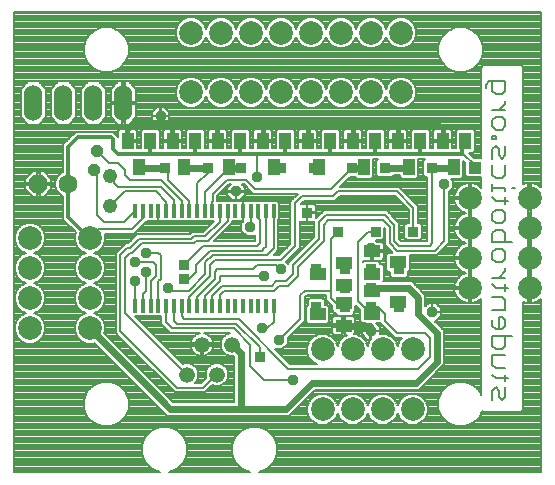
<source format=gbr>
G75*
G70*
%OFA0B0*%
%FSLAX24Y24*%
%IPPOS*%
%LPD*%
%AMOC8*
5,1,8,0,0,1.08239X$1,22.5*
%
%ADD10C,0.0060*%
%ADD11R,0.0394X0.0551*%
%ADD12C,0.0787*%
%ADD13C,0.0630*%
%ADD14OC8,0.0630*%
%ADD15C,0.0525*%
%ADD16C,0.0480*%
%ADD17R,0.0118X0.0453*%
%ADD18O,0.0600X0.1200*%
%ADD19R,0.0551X0.0394*%
%ADD20C,0.0120*%
%ADD21R,0.0354X0.0354*%
%ADD22C,0.0079*%
%ADD23C,0.0118*%
%ADD24OC8,0.0354*%
%ADD25R,0.0394X0.0394*%
%ADD26C,0.0236*%
%ADD27C,0.0160*%
%ADD28OC8,0.0394*%
D10*
X017966Y005599D02*
X017966Y005919D01*
X018072Y006026D01*
X018179Y005919D01*
X018179Y005706D01*
X018286Y005599D01*
X018393Y005706D01*
X018393Y006026D01*
X018393Y006244D02*
X018393Y006457D01*
X018499Y006350D02*
X018072Y006350D01*
X017966Y006457D01*
X018072Y006673D02*
X017966Y006780D01*
X017966Y007100D01*
X018393Y007100D01*
X018286Y007318D02*
X018072Y007318D01*
X017966Y007424D01*
X017966Y007745D01*
X018606Y007745D01*
X018393Y007745D02*
X018393Y007424D01*
X018286Y007318D01*
X018393Y006673D02*
X018072Y006673D01*
X018072Y007962D02*
X018286Y007962D01*
X018393Y008069D01*
X018393Y008282D01*
X018286Y008389D01*
X018179Y008389D01*
X018179Y007962D01*
X018072Y007962D02*
X017966Y008069D01*
X017966Y008282D01*
X017966Y008607D02*
X018393Y008607D01*
X018393Y008927D01*
X018286Y009034D01*
X017966Y009034D01*
X018072Y009358D02*
X017966Y009465D01*
X018072Y009358D02*
X018499Y009358D01*
X018393Y009251D02*
X018393Y009465D01*
X018393Y009681D02*
X017966Y009681D01*
X018179Y009681D02*
X018393Y009894D01*
X018393Y010001D01*
X018286Y010218D02*
X018072Y010218D01*
X017966Y010325D01*
X017966Y010538D01*
X018072Y010645D01*
X018286Y010645D01*
X018393Y010538D01*
X018393Y010325D01*
X018286Y010218D01*
X018393Y010863D02*
X018393Y011183D01*
X018286Y011290D01*
X018072Y011290D01*
X017966Y011183D01*
X017966Y010863D01*
X018606Y010863D01*
X018286Y011507D02*
X018072Y011507D01*
X017966Y011614D01*
X017966Y011827D01*
X018072Y011934D01*
X018286Y011934D01*
X018393Y011827D01*
X018393Y011614D01*
X018286Y011507D01*
X018393Y012152D02*
X018393Y012365D01*
X018499Y012258D02*
X018072Y012258D01*
X017966Y012365D01*
X017966Y012581D02*
X017966Y012795D01*
X017966Y012688D02*
X018393Y012688D01*
X018393Y012581D01*
X018606Y012688D02*
X018713Y012688D01*
X018286Y013011D02*
X018072Y013011D01*
X017966Y013118D01*
X017966Y013438D01*
X017966Y013656D02*
X017966Y013976D01*
X018072Y014083D01*
X018179Y013976D01*
X018179Y013762D01*
X018286Y013656D01*
X018393Y013762D01*
X018393Y014083D01*
X018072Y014300D02*
X018072Y014407D01*
X017966Y014407D01*
X017966Y014300D01*
X018072Y014300D01*
X018072Y014622D02*
X017966Y014729D01*
X017966Y014943D01*
X018072Y015049D01*
X018286Y015049D01*
X018393Y014943D01*
X018393Y014729D01*
X018286Y014622D01*
X018072Y014622D01*
X017966Y015267D02*
X018393Y015267D01*
X018393Y015480D02*
X018393Y015587D01*
X018393Y015480D02*
X018179Y015267D01*
X018072Y015804D02*
X017966Y015911D01*
X017966Y016231D01*
X017859Y016231D02*
X018393Y016231D01*
X018393Y015911D01*
X018286Y015804D01*
X018072Y015804D01*
X017752Y016017D02*
X017752Y016124D01*
X017859Y016231D01*
X018393Y013438D02*
X018393Y013118D01*
X018286Y013011D01*
D11*
X016686Y013384D03*
X017060Y014250D03*
X016311Y014250D03*
X015560Y014250D03*
X014811Y014250D03*
X014060Y014250D03*
X013311Y014250D03*
X012560Y014250D03*
X011811Y014250D03*
X011060Y014250D03*
X010311Y014250D03*
X009560Y014250D03*
X008811Y014250D03*
X008060Y014250D03*
X007311Y014250D03*
X006560Y014250D03*
X005811Y014250D03*
X006186Y013384D03*
X007686Y013384D03*
X009186Y013384D03*
X010686Y013384D03*
X012186Y013384D03*
X013686Y013384D03*
X015186Y013384D03*
D12*
X017210Y012337D03*
X017210Y011337D03*
X017210Y010337D03*
X017210Y009337D03*
X019206Y009337D03*
X019206Y010337D03*
X019206Y011337D03*
X019206Y012337D03*
X014922Y015860D03*
X013922Y015860D03*
X012922Y015860D03*
X011922Y015860D03*
X010922Y015860D03*
X009922Y015860D03*
X008922Y015860D03*
X007922Y015860D03*
X007922Y017856D03*
X008922Y017856D03*
X009922Y017856D03*
X010922Y017856D03*
X011922Y017856D03*
X012922Y017856D03*
X013922Y017856D03*
X014922Y017856D03*
X004549Y011000D03*
X004549Y010000D03*
X004549Y009000D03*
X004549Y008000D03*
X002553Y008000D03*
X002553Y009000D03*
X002553Y010000D03*
X002553Y011000D03*
X012302Y007293D03*
X013302Y007293D03*
X014302Y007293D03*
X015302Y007293D03*
X015302Y005297D03*
X014302Y005297D03*
X013302Y005297D03*
X012302Y005297D03*
D13*
X003831Y012811D03*
D14*
X002831Y012811D03*
D15*
X008284Y007457D03*
X009284Y007457D03*
X008784Y006457D03*
X007784Y006457D03*
D16*
X005219Y012066D03*
X005219Y013066D03*
D17*
X006067Y011914D03*
X006323Y011914D03*
X006579Y011914D03*
X006834Y011914D03*
X007090Y011914D03*
X007346Y011914D03*
X007602Y011914D03*
X007858Y011914D03*
X008114Y011914D03*
X008370Y011914D03*
X008626Y011914D03*
X008882Y011914D03*
X009138Y011914D03*
X009393Y011914D03*
X009649Y011914D03*
X009905Y011914D03*
X010161Y011914D03*
X010417Y011914D03*
X010673Y011914D03*
X010673Y008745D03*
X010417Y008745D03*
X010161Y008745D03*
X009905Y008745D03*
X009649Y008745D03*
X009393Y008745D03*
X009138Y008745D03*
X008882Y008745D03*
X008626Y008745D03*
X008370Y008745D03*
X008114Y008745D03*
X007858Y008745D03*
X007602Y008745D03*
X007346Y008745D03*
X007090Y008745D03*
X006834Y008745D03*
X006579Y008745D03*
X006323Y008745D03*
X006067Y008745D03*
D18*
X005664Y015508D03*
X004664Y015508D03*
X003664Y015508D03*
X002664Y015508D03*
D19*
X012140Y009805D03*
X013006Y010179D03*
X013006Y009431D03*
X013006Y008840D03*
X012140Y008466D03*
X013006Y008092D03*
X013951Y008486D03*
X014817Y008860D03*
X013951Y009234D03*
X013951Y009824D03*
X013951Y010572D03*
X014817Y010198D03*
D20*
X015436Y013817D02*
X013936Y013817D01*
X014060Y013817D01*
X014060Y014250D01*
X013936Y013817D02*
X012436Y013817D01*
X012560Y013817D01*
X012560Y014250D01*
X012436Y013817D02*
X010936Y013817D01*
X011060Y013817D01*
X011060Y014250D01*
X010936Y013817D02*
X010132Y013817D01*
X009686Y013817D01*
X009560Y013817D01*
X009560Y014250D01*
X009560Y014281D01*
X009566Y014287D01*
X008918Y014373D02*
X008808Y014263D01*
X008811Y014259D01*
X008811Y014250D01*
X008816Y014246D01*
X008816Y014237D01*
X008060Y014250D02*
X008060Y013817D01*
X007936Y013817D01*
X009686Y013817D01*
X009196Y013377D02*
X009192Y013377D01*
X009186Y013384D01*
X007936Y013817D02*
X006560Y013817D01*
X005490Y013817D01*
X005329Y013978D01*
X005329Y014293D01*
X005250Y014372D01*
X006560Y014250D02*
X006560Y013817D01*
X007676Y013437D02*
X007676Y013394D01*
X007686Y013384D01*
X010311Y014250D02*
X010315Y014247D01*
X010326Y014247D01*
X011811Y014250D02*
X011811Y014867D01*
X015436Y013817D02*
X015560Y013817D01*
X015560Y014250D01*
X015436Y013817D02*
X016936Y013817D01*
X016936Y014317D01*
X017060Y014317D01*
X017060Y014250D01*
D21*
X015958Y013348D03*
X014384Y013348D03*
X013281Y013348D03*
X012021Y013348D03*
X010919Y013348D03*
X009580Y013348D03*
X008478Y013348D03*
X007061Y013348D03*
X011785Y011852D03*
X012809Y011222D03*
X014069Y011222D03*
X015329Y011222D03*
X014856Y009962D03*
X013911Y009962D03*
X013911Y009332D03*
X013911Y008702D03*
X013045Y008702D03*
X013045Y009332D03*
X013045Y009962D03*
X012100Y009962D03*
X012100Y008702D03*
X010210Y007049D03*
X007691Y009647D03*
X007691Y010120D03*
X014856Y008702D03*
D22*
X002032Y003201D02*
X002032Y018534D01*
X019570Y018534D01*
X019570Y012697D01*
X019496Y012771D01*
X019308Y012849D01*
X019245Y012849D01*
X019245Y012377D01*
X019167Y012377D01*
X019167Y012849D01*
X019104Y012849D01*
X018987Y012801D01*
X018987Y016701D01*
X018918Y016770D01*
X017653Y016770D01*
X017584Y016701D01*
X017584Y013663D01*
X017362Y013663D01*
X017169Y013856D01*
X017305Y013856D01*
X017374Y013925D01*
X017374Y014574D01*
X017305Y014644D01*
X016814Y014644D01*
X016745Y014574D01*
X016745Y013995D01*
X016626Y013995D01*
X016626Y014211D01*
X016351Y014211D01*
X016351Y014289D01*
X016626Y014289D01*
X016626Y014574D01*
X016557Y014644D01*
X016351Y014644D01*
X016351Y014289D01*
X016272Y014289D01*
X016272Y014211D01*
X015997Y014211D01*
X015997Y013995D01*
X015874Y013995D01*
X015874Y014574D01*
X015805Y014644D01*
X015314Y014644D01*
X015245Y014574D01*
X015245Y013995D01*
X015126Y013995D01*
X015126Y014211D01*
X014851Y014211D01*
X014851Y014289D01*
X015126Y014289D01*
X015126Y014574D01*
X015057Y014644D01*
X014851Y014644D01*
X014851Y014289D01*
X014772Y014289D01*
X014772Y014211D01*
X014497Y014211D01*
X014497Y013995D01*
X014374Y013995D01*
X014374Y014574D01*
X014305Y014644D01*
X013814Y014644D01*
X013745Y014574D01*
X013745Y013995D01*
X013626Y013995D01*
X013626Y014211D01*
X013351Y014211D01*
X013351Y014289D01*
X013626Y014289D01*
X013626Y014574D01*
X013557Y014644D01*
X013351Y014644D01*
X013351Y014289D01*
X013272Y014289D01*
X013272Y014211D01*
X012997Y014211D01*
X012997Y013995D01*
X012874Y013995D01*
X012874Y014574D01*
X012805Y014644D01*
X012314Y014644D01*
X012245Y014574D01*
X012245Y013995D01*
X012126Y013995D01*
X012126Y014211D01*
X011851Y014211D01*
X011851Y014289D01*
X012126Y014289D01*
X012126Y014574D01*
X012057Y014644D01*
X011851Y014644D01*
X011851Y014289D01*
X011772Y014289D01*
X011772Y014211D01*
X011497Y014211D01*
X011497Y013995D01*
X011374Y013995D01*
X011374Y014574D01*
X011305Y014644D01*
X010814Y014644D01*
X010745Y014574D01*
X010745Y013995D01*
X010626Y013995D01*
X010626Y014211D01*
X010351Y014211D01*
X010351Y014289D01*
X010626Y014289D01*
X010626Y014574D01*
X010557Y014644D01*
X010351Y014644D01*
X010351Y014289D01*
X010272Y014289D01*
X010272Y014211D01*
X009997Y014211D01*
X009997Y013995D01*
X009874Y013995D01*
X009874Y014574D01*
X009805Y014644D01*
X009314Y014644D01*
X009245Y014574D01*
X009245Y013995D01*
X009126Y013995D01*
X009126Y014211D01*
X008851Y014211D01*
X008851Y014289D01*
X009126Y014289D01*
X009126Y014574D01*
X009057Y014644D01*
X008851Y014644D01*
X008851Y014289D01*
X008772Y014289D01*
X008772Y014211D01*
X008497Y014211D01*
X008497Y013995D01*
X008374Y013995D01*
X008374Y014574D01*
X008305Y014644D01*
X007814Y014644D01*
X007745Y014574D01*
X007745Y013995D01*
X007626Y013995D01*
X007626Y014211D01*
X007351Y014211D01*
X007351Y014289D01*
X007626Y014289D01*
X007626Y014574D01*
X007557Y014644D01*
X007351Y014644D01*
X007351Y014289D01*
X007272Y014289D01*
X007272Y014211D01*
X006997Y014211D01*
X006997Y013995D01*
X006874Y013995D01*
X006874Y014574D01*
X006805Y014644D01*
X006314Y014644D01*
X006245Y014574D01*
X006245Y013995D01*
X006126Y013995D01*
X006126Y014211D01*
X005851Y014211D01*
X005851Y014289D01*
X006126Y014289D01*
X006126Y014574D01*
X006057Y014644D01*
X005851Y014644D01*
X005851Y014289D01*
X005772Y014289D01*
X005772Y014644D01*
X005566Y014644D01*
X005497Y014574D01*
X005497Y014377D01*
X005324Y014550D01*
X005176Y014550D01*
X005175Y014549D01*
X004221Y014549D01*
X004074Y014549D01*
X003759Y014234D01*
X003655Y014130D01*
X003655Y013207D01*
X003586Y013179D01*
X003464Y013057D01*
X003398Y012898D01*
X003398Y012725D01*
X003464Y012566D01*
X003586Y012444D01*
X003655Y012415D01*
X003655Y011768D01*
X003655Y011621D01*
X004078Y011199D01*
X004037Y011102D01*
X004037Y010898D01*
X004115Y010710D01*
X004259Y010566D01*
X004419Y010500D01*
X004259Y010434D01*
X004115Y010290D01*
X004037Y010102D01*
X004037Y009898D01*
X004115Y009710D01*
X004259Y009566D01*
X004419Y009500D01*
X004259Y009434D01*
X004115Y009290D01*
X004037Y009102D01*
X004037Y008898D01*
X004115Y008710D01*
X004259Y008566D01*
X004419Y008500D01*
X004259Y008434D01*
X004115Y008290D01*
X004037Y008102D01*
X004037Y007898D01*
X004115Y007710D01*
X004259Y007566D01*
X004447Y007489D01*
X004651Y007489D01*
X004694Y007506D01*
X006982Y005219D01*
X007120Y005080D01*
X009483Y005080D01*
X009678Y005080D01*
X010979Y005080D01*
X011174Y005080D01*
X012040Y005946D01*
X015505Y005946D01*
X015643Y006085D01*
X016352Y006794D01*
X016352Y006989D01*
X016352Y007738D01*
X016352Y007934D01*
X016036Y008250D01*
X016081Y008250D01*
X016254Y008423D01*
X016254Y008535D01*
X015969Y008535D01*
X015969Y008555D01*
X016254Y008555D01*
X016254Y008667D01*
X016081Y008840D01*
X015968Y008840D01*
X015968Y008555D01*
X015949Y008555D01*
X015949Y008840D01*
X015836Y008840D01*
X015722Y008726D01*
X015722Y008919D01*
X015722Y009115D01*
X015407Y009430D01*
X015269Y009568D01*
X014334Y009568D01*
X014344Y009579D01*
X014344Y010070D01*
X014275Y010139D01*
X014206Y010139D01*
X014206Y010188D01*
X014137Y010257D01*
X013685Y010257D01*
X013636Y010208D01*
X013636Y010257D01*
X013911Y010257D01*
X013911Y010533D01*
X013921Y010533D01*
X013921Y010376D01*
X013990Y010376D01*
X013990Y010257D01*
X014275Y010257D01*
X014344Y010327D01*
X014344Y010533D01*
X014191Y010533D01*
X014206Y010549D01*
X014206Y010612D01*
X014344Y010612D01*
X014344Y010818D01*
X014275Y010887D01*
X014112Y010887D01*
X014073Y010927D01*
X014295Y010927D01*
X014364Y010996D01*
X014364Y011334D01*
X014384Y011314D01*
X014384Y010894D01*
X014384Y010763D01*
X014620Y010527D01*
X014633Y010513D01*
X014492Y010513D01*
X014423Y010444D01*
X014423Y009953D01*
X014492Y009883D01*
X014561Y009883D01*
X014561Y009736D01*
X014630Y009667D01*
X015082Y009667D01*
X015151Y009736D01*
X015151Y009894D01*
X015210Y009953D01*
X015210Y010435D01*
X015972Y010435D01*
X016102Y010435D01*
X016510Y010842D01*
X016510Y010972D01*
X016510Y012537D01*
X016647Y012675D01*
X016647Y012919D01*
X016576Y012990D01*
X016931Y012990D01*
X017000Y013059D01*
X017000Y013579D01*
X017061Y013519D01*
X017061Y013102D01*
X017130Y013033D01*
X017584Y013033D01*
X017584Y012687D01*
X017500Y012771D01*
X017312Y012849D01*
X017249Y012849D01*
X017249Y012377D01*
X017171Y012377D01*
X017171Y012849D01*
X017108Y012849D01*
X016920Y012771D01*
X016776Y012627D01*
X016698Y012439D01*
X016698Y012377D01*
X017171Y012377D01*
X017171Y012298D01*
X017249Y012298D01*
X017249Y011849D01*
X017249Y011377D01*
X017171Y011377D01*
X017171Y011849D01*
X017171Y012298D01*
X016698Y012298D01*
X016698Y012236D01*
X016776Y012048D01*
X016920Y011904D01*
X017080Y011837D01*
X016920Y011771D01*
X016776Y011627D01*
X016698Y011439D01*
X016698Y011377D01*
X017171Y011377D01*
X017171Y011298D01*
X017249Y011298D01*
X017249Y010849D01*
X017249Y010377D01*
X017171Y010377D01*
X017171Y010849D01*
X017171Y011298D01*
X016698Y011298D01*
X016698Y011236D01*
X016776Y011048D01*
X016920Y010904D01*
X017080Y010837D01*
X016920Y010771D01*
X016776Y010627D01*
X016698Y010439D01*
X016698Y010377D01*
X017171Y010377D01*
X017171Y010298D01*
X017249Y010298D01*
X017249Y009826D01*
X017249Y009377D01*
X017171Y009377D01*
X017171Y009826D01*
X017171Y010298D01*
X016698Y010298D01*
X016698Y010236D01*
X016776Y010048D01*
X016920Y009904D01*
X017080Y009837D01*
X016920Y009771D01*
X016776Y009627D01*
X016698Y009439D01*
X016698Y009377D01*
X017171Y009377D01*
X017171Y009298D01*
X017249Y009298D01*
X017249Y008826D01*
X017312Y008826D01*
X017500Y008904D01*
X017584Y008988D01*
X017584Y005785D01*
X017537Y005898D01*
X017327Y006108D01*
X017052Y006222D01*
X016754Y006222D01*
X016480Y006108D01*
X016269Y005898D01*
X016155Y005623D01*
X016155Y005325D01*
X016269Y005050D01*
X016480Y004840D01*
X016754Y004726D01*
X017052Y004726D01*
X017327Y004840D01*
X017537Y005050D01*
X019570Y005050D01*
X019570Y005127D02*
X017569Y005127D01*
X017537Y005050D02*
X017620Y005251D01*
X017653Y005218D01*
X018918Y005218D01*
X018987Y005287D01*
X018987Y008874D01*
X019104Y008826D01*
X019167Y008826D01*
X019167Y009298D01*
X019245Y009298D01*
X019245Y008826D01*
X019308Y008826D01*
X019496Y008904D01*
X019570Y008977D01*
X019570Y003201D01*
X010191Y003201D01*
X010463Y003314D01*
X010677Y003527D01*
X010792Y003806D01*
X010792Y004108D01*
X010677Y004386D01*
X010463Y004600D01*
X010185Y004715D01*
X009883Y004715D01*
X009605Y004600D01*
X009391Y004386D01*
X009276Y004108D01*
X009276Y003806D01*
X009391Y003527D01*
X009605Y003314D01*
X009877Y003201D01*
X007191Y003201D01*
X007463Y003314D01*
X007677Y003527D01*
X007792Y003806D01*
X007792Y004108D01*
X007677Y004386D01*
X007463Y004600D01*
X007185Y004715D01*
X006883Y004715D01*
X006605Y004600D01*
X006391Y004386D01*
X006276Y004108D01*
X006276Y003806D01*
X006391Y003527D01*
X006605Y003314D01*
X006877Y003201D01*
X002032Y003201D01*
X002032Y003272D02*
X006706Y003272D01*
X006569Y003349D02*
X002032Y003349D01*
X002032Y003427D02*
X006492Y003427D01*
X006415Y003504D02*
X002032Y003504D01*
X002032Y003581D02*
X006369Y003581D01*
X006337Y003659D02*
X002032Y003659D01*
X002032Y003736D02*
X006305Y003736D01*
X006276Y003813D02*
X002032Y003813D01*
X002032Y003890D02*
X006276Y003890D01*
X006276Y003968D02*
X002032Y003968D01*
X002032Y004045D02*
X006276Y004045D01*
X006282Y004122D02*
X002032Y004122D01*
X002032Y004200D02*
X006314Y004200D01*
X006346Y004277D02*
X002032Y004277D01*
X002032Y004354D02*
X006378Y004354D01*
X006436Y004431D02*
X002032Y004431D01*
X002032Y004509D02*
X006514Y004509D01*
X006591Y004586D02*
X002032Y004586D01*
X002032Y004663D02*
X006759Y004663D01*
X007309Y004663D02*
X009759Y004663D01*
X009591Y004586D02*
X007477Y004586D01*
X007554Y004509D02*
X009514Y004509D01*
X009436Y004431D02*
X007631Y004431D01*
X007690Y004354D02*
X009378Y004354D01*
X009346Y004277D02*
X007722Y004277D01*
X007754Y004200D02*
X009314Y004200D01*
X009282Y004122D02*
X007786Y004122D01*
X007792Y004045D02*
X009276Y004045D01*
X009276Y003968D02*
X007792Y003968D01*
X007792Y003890D02*
X009276Y003890D01*
X009276Y003813D02*
X007792Y003813D01*
X007763Y003736D02*
X009305Y003736D01*
X009337Y003659D02*
X007731Y003659D01*
X007699Y003581D02*
X009369Y003581D01*
X009415Y003504D02*
X007653Y003504D01*
X007576Y003427D02*
X009492Y003427D01*
X009569Y003349D02*
X007499Y003349D01*
X007362Y003272D02*
X009706Y003272D01*
X010362Y003272D02*
X019570Y003272D01*
X019570Y003349D02*
X010499Y003349D01*
X010576Y003427D02*
X019570Y003427D01*
X019570Y003504D02*
X010653Y003504D01*
X010699Y003581D02*
X019570Y003581D01*
X019570Y003659D02*
X010731Y003659D01*
X010763Y003736D02*
X019570Y003736D01*
X019570Y003813D02*
X010792Y003813D01*
X010792Y003890D02*
X019570Y003890D01*
X019570Y003968D02*
X010792Y003968D01*
X010792Y004045D02*
X019570Y004045D01*
X019570Y004122D02*
X010786Y004122D01*
X010754Y004200D02*
X019570Y004200D01*
X019570Y004277D02*
X010722Y004277D01*
X010690Y004354D02*
X019570Y004354D01*
X019570Y004431D02*
X010631Y004431D01*
X010554Y004509D02*
X019570Y004509D01*
X019570Y004586D02*
X010477Y004586D01*
X010309Y004663D02*
X019570Y004663D01*
X019570Y004741D02*
X017087Y004741D01*
X017274Y004818D02*
X019570Y004818D01*
X019570Y004895D02*
X017382Y004895D01*
X017460Y004972D02*
X019570Y004972D01*
X019570Y005204D02*
X017601Y005204D01*
X016719Y004741D02*
X005276Y004741D01*
X005241Y004726D02*
X005516Y004840D01*
X005726Y005050D01*
X011851Y005050D01*
X011868Y005007D02*
X012012Y004863D01*
X012200Y004785D01*
X012404Y004785D01*
X012592Y004863D01*
X012736Y005007D01*
X012802Y005167D01*
X012868Y005007D01*
X013012Y004863D01*
X013200Y004785D01*
X013404Y004785D01*
X013592Y004863D01*
X013736Y005007D01*
X013802Y005167D01*
X013868Y005007D01*
X014012Y004863D01*
X014200Y004785D01*
X014404Y004785D01*
X014592Y004863D01*
X014736Y005007D01*
X014802Y005167D01*
X014868Y005007D01*
X015012Y004863D01*
X015200Y004785D01*
X015404Y004785D01*
X015592Y004863D01*
X015736Y005007D01*
X015814Y005195D01*
X015814Y005399D01*
X015736Y005587D01*
X015592Y005731D01*
X015404Y005809D01*
X015200Y005809D01*
X015012Y005731D01*
X014868Y005587D01*
X014802Y005427D01*
X014736Y005587D01*
X014592Y005731D01*
X014404Y005809D01*
X014200Y005809D01*
X014012Y005731D01*
X013868Y005587D01*
X013802Y005427D01*
X013736Y005587D01*
X013592Y005731D01*
X013404Y005809D01*
X013200Y005809D01*
X013012Y005731D01*
X012868Y005587D01*
X012802Y005427D01*
X012736Y005587D01*
X012592Y005731D01*
X012404Y005809D01*
X012200Y005809D01*
X012012Y005731D01*
X011868Y005587D01*
X011790Y005399D01*
X011790Y005195D01*
X011868Y005007D01*
X011903Y004972D02*
X005649Y004972D01*
X005571Y004895D02*
X011980Y004895D01*
X012122Y004818D02*
X005463Y004818D01*
X005241Y004726D02*
X004943Y004726D01*
X004669Y004840D01*
X004458Y005050D01*
X004344Y005325D01*
X004344Y005623D01*
X004458Y005898D01*
X004669Y006108D01*
X004943Y006222D01*
X005241Y006222D01*
X005516Y006108D01*
X005726Y005898D01*
X005840Y005623D01*
X005840Y005325D01*
X005726Y005050D01*
X005758Y005127D02*
X007074Y005127D01*
X006996Y005204D02*
X005790Y005204D01*
X005822Y005282D02*
X006919Y005282D01*
X006842Y005359D02*
X005840Y005359D01*
X005840Y005436D02*
X006765Y005436D01*
X006687Y005513D02*
X005840Y005513D01*
X005840Y005591D02*
X006610Y005591D01*
X006533Y005668D02*
X005822Y005668D01*
X005790Y005745D02*
X006455Y005745D01*
X006378Y005823D02*
X005758Y005823D01*
X005724Y005900D02*
X006301Y005900D01*
X006224Y005977D02*
X005647Y005977D01*
X005570Y006054D02*
X006146Y006054D01*
X006069Y006132D02*
X005459Y006132D01*
X005273Y006209D02*
X005992Y006209D01*
X005914Y006286D02*
X002032Y006286D01*
X002032Y006209D02*
X004912Y006209D01*
X004725Y006132D02*
X002032Y006132D01*
X002032Y006054D02*
X004615Y006054D01*
X004538Y005977D02*
X002032Y005977D01*
X002032Y005900D02*
X004460Y005900D01*
X004427Y005823D02*
X002032Y005823D01*
X002032Y005745D02*
X004395Y005745D01*
X004363Y005668D02*
X002032Y005668D01*
X002032Y005591D02*
X004344Y005591D01*
X004344Y005513D02*
X002032Y005513D01*
X002032Y005436D02*
X004344Y005436D01*
X004344Y005359D02*
X002032Y005359D01*
X002032Y005282D02*
X004362Y005282D01*
X004394Y005204D02*
X002032Y005204D01*
X002032Y005127D02*
X004426Y005127D01*
X004459Y005050D02*
X002032Y005050D01*
X002032Y004972D02*
X004536Y004972D01*
X004613Y004895D02*
X002032Y004895D01*
X002032Y004818D02*
X004722Y004818D01*
X004908Y004741D02*
X002032Y004741D01*
X002032Y006364D02*
X005837Y006364D01*
X005760Y006441D02*
X002032Y006441D01*
X002032Y006518D02*
X005683Y006518D01*
X005605Y006595D02*
X002032Y006595D01*
X002032Y006673D02*
X005528Y006673D01*
X005451Y006750D02*
X002032Y006750D01*
X002032Y006827D02*
X005374Y006827D01*
X005296Y006905D02*
X002032Y006905D01*
X002032Y006982D02*
X005219Y006982D01*
X005142Y007059D02*
X002032Y007059D01*
X002032Y007136D02*
X005064Y007136D01*
X004987Y007214D02*
X002032Y007214D01*
X002032Y007291D02*
X004910Y007291D01*
X004833Y007368D02*
X002032Y007368D01*
X002032Y007446D02*
X004755Y007446D01*
X005191Y007677D02*
X005580Y007677D01*
X005657Y007600D02*
X005269Y007600D01*
X005346Y007523D02*
X005734Y007523D01*
X005811Y007446D02*
X005423Y007446D01*
X005501Y007368D02*
X005889Y007368D01*
X005966Y007291D02*
X005578Y007291D01*
X005655Y007214D02*
X006043Y007214D01*
X006121Y007136D02*
X005732Y007136D01*
X005810Y007059D02*
X006198Y007059D01*
X006275Y006982D02*
X005887Y006982D01*
X005964Y006905D02*
X006352Y006905D01*
X006430Y006827D02*
X006042Y006827D01*
X006119Y006750D02*
X006507Y006750D01*
X006584Y006673D02*
X006196Y006673D01*
X006273Y006595D02*
X006662Y006595D01*
X006739Y006518D02*
X006351Y006518D01*
X006428Y006441D02*
X006816Y006441D01*
X006893Y006364D02*
X006505Y006364D01*
X006583Y006286D02*
X006971Y006286D01*
X007048Y006209D02*
X006660Y006209D01*
X006737Y006132D02*
X007125Y006132D01*
X007203Y006054D02*
X006814Y006054D01*
X006892Y005977D02*
X007280Y005977D01*
X007357Y005900D02*
X006969Y005900D01*
X007046Y005823D02*
X009344Y005823D01*
X009344Y005900D02*
X008418Y005900D01*
X008386Y005868D02*
X008628Y006110D01*
X008708Y006076D01*
X008860Y006076D01*
X009000Y006134D01*
X009107Y006241D01*
X009165Y006381D01*
X009165Y006533D01*
X009107Y006672D01*
X009000Y006779D01*
X008860Y006837D01*
X008708Y006837D01*
X008568Y006779D01*
X008461Y006672D01*
X008403Y006533D01*
X008403Y006381D01*
X008418Y006345D01*
X008255Y006183D01*
X008048Y006183D01*
X008107Y006241D01*
X008165Y006381D01*
X008165Y006533D01*
X008107Y006672D01*
X008000Y006779D01*
X007860Y006837D01*
X007708Y006837D01*
X007650Y006813D01*
X006063Y008400D01*
X006175Y008400D01*
X006195Y008420D01*
X006215Y008400D01*
X006431Y008400D01*
X006451Y008420D01*
X006471Y008400D01*
X006686Y008400D01*
X006706Y008420D01*
X006726Y008400D01*
X006933Y008400D01*
X006933Y008266D01*
X006933Y008135D01*
X007232Y007836D01*
X007362Y007836D01*
X008205Y007836D01*
X008068Y007779D01*
X007961Y007672D01*
X007903Y007533D01*
X007903Y007496D01*
X008244Y007496D01*
X008244Y007417D01*
X007903Y007417D01*
X007903Y007381D01*
X007961Y007241D01*
X008068Y007134D01*
X008208Y007076D01*
X008245Y007076D01*
X008245Y007417D01*
X008323Y007417D01*
X008323Y007076D01*
X008360Y007076D01*
X008500Y007134D01*
X008607Y007241D01*
X008665Y007381D01*
X008665Y007417D01*
X008324Y007417D01*
X008324Y007496D01*
X008665Y007496D01*
X008665Y007533D01*
X008607Y007672D01*
X008500Y007779D01*
X008363Y007836D01*
X009205Y007836D01*
X009068Y007779D01*
X008961Y007672D01*
X008903Y007533D01*
X008903Y007381D01*
X008961Y007241D01*
X009068Y007134D01*
X009208Y007076D01*
X009331Y007076D01*
X009344Y007063D01*
X009344Y005553D01*
X007316Y005553D01*
X005034Y007834D01*
X005061Y007898D01*
X005061Y008102D01*
X004983Y008290D01*
X004839Y008434D01*
X004680Y008500D01*
X004839Y008566D01*
X004983Y008710D01*
X005061Y008898D01*
X005061Y009102D01*
X004983Y009290D01*
X004839Y009434D01*
X004680Y009500D01*
X004839Y009566D01*
X004983Y009710D01*
X005061Y009898D01*
X005061Y010102D01*
X004983Y010290D01*
X004839Y010434D01*
X004680Y010500D01*
X004839Y010566D01*
X004983Y010710D01*
X005061Y010898D01*
X005061Y011102D01*
X005044Y011143D01*
X006024Y011143D01*
X006116Y011236D01*
X006388Y011507D01*
X006460Y011580D01*
X006471Y011570D01*
X006686Y011570D01*
X006706Y011590D01*
X006726Y011570D01*
X006834Y011570D01*
X006834Y011914D01*
X006835Y011914D01*
X006835Y011570D01*
X006942Y011570D01*
X006962Y011590D01*
X006982Y011570D01*
X007198Y011570D01*
X007218Y011590D01*
X007238Y011570D01*
X007454Y011570D01*
X007474Y011590D01*
X007494Y011570D01*
X007710Y011570D01*
X007730Y011590D01*
X007750Y011570D01*
X007966Y011570D01*
X007986Y011590D01*
X008006Y011570D01*
X008222Y011570D01*
X008242Y011590D01*
X008262Y011570D01*
X008478Y011570D01*
X008498Y011590D01*
X008518Y011570D01*
X008682Y011570D01*
X008334Y011222D01*
X008071Y011222D01*
X007940Y011222D01*
X007862Y011143D01*
X006260Y011143D01*
X006129Y011143D01*
X005814Y010828D01*
X005736Y010828D01*
X005499Y010592D01*
X005407Y010500D01*
X005407Y007850D01*
X005499Y007757D01*
X005500Y007757D01*
X007389Y005868D01*
X007520Y005868D01*
X008255Y005868D01*
X008386Y005868D01*
X008495Y005977D02*
X009344Y005977D01*
X009344Y006054D02*
X008573Y006054D01*
X008321Y006025D02*
X008784Y006489D01*
X008784Y006457D01*
X008784Y006489D02*
X008793Y006498D01*
X009106Y006673D02*
X009344Y006673D01*
X009344Y006750D02*
X009029Y006750D01*
X008884Y006827D02*
X009344Y006827D01*
X009344Y006905D02*
X007559Y006905D01*
X007482Y006982D02*
X009344Y006982D01*
X009344Y007059D02*
X007404Y007059D01*
X007327Y007136D02*
X008066Y007136D01*
X007989Y007214D02*
X007250Y007214D01*
X007173Y007291D02*
X007941Y007291D01*
X007909Y007368D02*
X007095Y007368D01*
X007018Y007446D02*
X008244Y007446D01*
X008245Y007368D02*
X008323Y007368D01*
X008323Y007291D02*
X008245Y007291D01*
X008245Y007214D02*
X008323Y007214D01*
X008323Y007136D02*
X008245Y007136D01*
X008502Y007136D02*
X009066Y007136D01*
X008989Y007214D02*
X008579Y007214D01*
X008627Y007291D02*
X008941Y007291D01*
X008909Y007368D02*
X008659Y007368D01*
X008665Y007523D02*
X008903Y007523D01*
X008903Y007446D02*
X008324Y007446D01*
X008637Y007600D02*
X008931Y007600D01*
X008966Y007677D02*
X008602Y007677D01*
X008524Y007755D02*
X009044Y007755D01*
X009195Y007832D02*
X008373Y007832D01*
X008195Y007832D02*
X006632Y007832D01*
X006709Y007755D02*
X008044Y007755D01*
X007966Y007677D02*
X006786Y007677D01*
X006863Y007600D02*
X007931Y007600D01*
X007903Y007523D02*
X006941Y007523D01*
X007159Y007909D02*
X006554Y007909D01*
X006477Y007986D02*
X007081Y007986D01*
X007004Y008064D02*
X006400Y008064D01*
X006322Y008141D02*
X006933Y008141D01*
X006933Y008218D02*
X006245Y008218D01*
X006168Y008296D02*
X006933Y008296D01*
X006933Y008373D02*
X006091Y008373D01*
X006067Y008745D02*
X006067Y009539D01*
X006037Y009569D01*
X006431Y009883D02*
X006431Y009254D01*
X006323Y009145D01*
X006323Y008745D01*
X006579Y008745D02*
X006579Y009086D01*
X006588Y009096D01*
X006588Y009569D01*
X006746Y009726D01*
X006746Y010120D01*
X006667Y010198D01*
X006037Y010198D01*
X005722Y010356D02*
X005722Y008624D01*
X005722Y008519D01*
X007784Y006457D01*
X008139Y006595D02*
X008429Y006595D01*
X008403Y006518D02*
X008165Y006518D01*
X008165Y006441D02*
X008403Y006441D01*
X008411Y006364D02*
X008157Y006364D01*
X008125Y006286D02*
X008359Y006286D01*
X008282Y006209D02*
X008074Y006209D01*
X008321Y006025D02*
X007454Y006025D01*
X005565Y007915D01*
X005565Y010435D01*
X005801Y010671D01*
X005880Y010671D01*
X006195Y010986D01*
X007927Y010986D01*
X008006Y011065D01*
X008399Y011065D01*
X008882Y011547D01*
X008882Y011914D01*
X009138Y011914D02*
X009138Y011567D01*
X008478Y010907D01*
X008084Y010907D01*
X008006Y010828D01*
X006273Y010828D01*
X005958Y010513D01*
X005880Y010513D01*
X005722Y010356D01*
X005407Y010382D02*
X004891Y010382D01*
X004968Y010305D02*
X005407Y010305D01*
X005407Y010228D02*
X005009Y010228D01*
X005041Y010150D02*
X005407Y010150D01*
X005407Y010073D02*
X005061Y010073D01*
X005061Y009996D02*
X005407Y009996D01*
X005407Y009919D02*
X005061Y009919D01*
X005037Y009841D02*
X005407Y009841D01*
X005407Y009764D02*
X005005Y009764D01*
X004959Y009687D02*
X005407Y009687D01*
X005407Y009609D02*
X004882Y009609D01*
X004756Y009532D02*
X005407Y009532D01*
X005407Y009455D02*
X004789Y009455D01*
X004896Y009378D02*
X005407Y009378D01*
X005407Y009300D02*
X004973Y009300D01*
X005011Y009223D02*
X005407Y009223D01*
X005407Y009146D02*
X005043Y009146D01*
X005061Y009068D02*
X005407Y009068D01*
X005407Y008991D02*
X005061Y008991D01*
X005061Y008914D02*
X005407Y008914D01*
X005407Y008837D02*
X005035Y008837D01*
X005003Y008759D02*
X005407Y008759D01*
X005407Y008682D02*
X004955Y008682D01*
X004878Y008605D02*
X005407Y008605D01*
X005407Y008527D02*
X004745Y008527D01*
X004801Y008450D02*
X005407Y008450D01*
X005407Y008373D02*
X004900Y008373D01*
X004978Y008296D02*
X005407Y008296D01*
X005407Y008218D02*
X005013Y008218D01*
X005045Y008141D02*
X005407Y008141D01*
X005407Y008064D02*
X005061Y008064D01*
X005061Y007986D02*
X005407Y007986D01*
X005407Y007909D02*
X005061Y007909D01*
X005037Y007832D02*
X005425Y007832D01*
X005502Y007755D02*
X005114Y007755D01*
X004365Y007523D02*
X002738Y007523D01*
X002655Y007489D02*
X002843Y007566D01*
X002987Y007710D01*
X003065Y007898D01*
X003065Y008102D01*
X002987Y008290D01*
X002843Y008434D01*
X002683Y008500D01*
X002843Y008566D01*
X002987Y008710D01*
X003065Y008898D01*
X003065Y009102D01*
X002987Y009290D01*
X002843Y009434D01*
X002683Y009500D01*
X002843Y009566D01*
X002987Y009710D01*
X003065Y009898D01*
X003065Y010102D01*
X002987Y010290D01*
X002843Y010434D01*
X002683Y010500D01*
X002843Y010566D01*
X002987Y010710D01*
X003065Y010898D01*
X003065Y011102D01*
X002987Y011290D01*
X002843Y011434D01*
X002655Y011512D01*
X002451Y011512D01*
X002263Y011434D01*
X002119Y011290D01*
X002041Y011102D01*
X002041Y010898D01*
X002119Y010710D01*
X002263Y010566D01*
X002423Y010500D01*
X002263Y010434D01*
X002119Y010290D01*
X002041Y010102D01*
X002041Y009898D01*
X002119Y009710D01*
X002263Y009566D01*
X002423Y009500D01*
X002263Y009434D01*
X002119Y009290D01*
X002041Y009102D01*
X002041Y008898D01*
X002119Y008710D01*
X002263Y008566D01*
X002423Y008500D01*
X002263Y008434D01*
X002119Y008290D01*
X002041Y008102D01*
X002041Y007898D01*
X002119Y007710D01*
X002263Y007566D01*
X002451Y007489D01*
X002655Y007489D01*
X002877Y007600D02*
X004226Y007600D01*
X004148Y007677D02*
X002954Y007677D01*
X003005Y007755D02*
X004097Y007755D01*
X004065Y007832D02*
X003037Y007832D01*
X003065Y007909D02*
X004037Y007909D01*
X004037Y007986D02*
X003065Y007986D01*
X003065Y008064D02*
X004037Y008064D01*
X004054Y008141D02*
X003049Y008141D01*
X003017Y008218D02*
X004086Y008218D01*
X004121Y008296D02*
X002982Y008296D01*
X002904Y008373D02*
X004198Y008373D01*
X004298Y008450D02*
X002804Y008450D01*
X002749Y008527D02*
X004353Y008527D01*
X004221Y008605D02*
X002881Y008605D01*
X002959Y008682D02*
X004144Y008682D01*
X004095Y008759D02*
X003007Y008759D01*
X003039Y008837D02*
X004063Y008837D01*
X004037Y008914D02*
X003065Y008914D01*
X003065Y008991D02*
X004037Y008991D01*
X004037Y009068D02*
X003065Y009068D01*
X003047Y009146D02*
X004056Y009146D01*
X004088Y009223D02*
X003015Y009223D01*
X002977Y009300D02*
X004126Y009300D01*
X004203Y009378D02*
X002900Y009378D01*
X002793Y009455D02*
X004309Y009455D01*
X004342Y009532D02*
X002760Y009532D01*
X002886Y009609D02*
X004216Y009609D01*
X004139Y009687D02*
X002963Y009687D01*
X003009Y009764D02*
X004093Y009764D01*
X004061Y009841D02*
X003041Y009841D01*
X003065Y009919D02*
X004037Y009919D01*
X004037Y009996D02*
X003065Y009996D01*
X003065Y010073D02*
X004037Y010073D01*
X004058Y010150D02*
X003045Y010150D01*
X003013Y010228D02*
X004090Y010228D01*
X004130Y010305D02*
X002972Y010305D01*
X002895Y010382D02*
X004207Y010382D01*
X004321Y010460D02*
X002782Y010460D01*
X002772Y010537D02*
X004331Y010537D01*
X004212Y010614D02*
X002891Y010614D01*
X002968Y010691D02*
X004134Y010691D01*
X004091Y010769D02*
X003011Y010769D01*
X003043Y010846D02*
X004059Y010846D01*
X004037Y010923D02*
X003065Y010923D01*
X003065Y011001D02*
X004037Y011001D01*
X004037Y011078D02*
X003065Y011078D01*
X003043Y011155D02*
X004059Y011155D01*
X004044Y011232D02*
X003011Y011232D01*
X002968Y011310D02*
X003967Y011310D01*
X003889Y011387D02*
X002890Y011387D01*
X002771Y011464D02*
X003812Y011464D01*
X003735Y011542D02*
X002032Y011542D01*
X002032Y011619D02*
X003658Y011619D01*
X003655Y011696D02*
X002032Y011696D01*
X002032Y011773D02*
X003655Y011773D01*
X003655Y011851D02*
X002032Y011851D01*
X002032Y011928D02*
X003655Y011928D01*
X003655Y012005D02*
X002032Y012005D01*
X002032Y012083D02*
X003655Y012083D01*
X003655Y012160D02*
X002032Y012160D01*
X002032Y012237D02*
X003655Y012237D01*
X003655Y012314D02*
X002032Y012314D01*
X002032Y012392D02*
X002638Y012392D01*
X002652Y012378D02*
X002792Y012378D01*
X002792Y012772D01*
X002870Y012772D01*
X002870Y012378D01*
X003010Y012378D01*
X003264Y012632D01*
X003264Y012772D01*
X002871Y012772D01*
X002871Y012851D01*
X003264Y012851D01*
X003264Y012991D01*
X003010Y013244D01*
X002870Y013244D01*
X002870Y012851D01*
X002792Y012851D01*
X002792Y013244D01*
X002652Y013244D01*
X002398Y012991D01*
X002398Y012851D01*
X002791Y012851D01*
X002791Y012772D01*
X002398Y012772D01*
X002398Y012632D01*
X002652Y012378D01*
X002561Y012469D02*
X002032Y012469D01*
X002032Y012546D02*
X002484Y012546D01*
X002406Y012624D02*
X002032Y012624D01*
X002032Y012701D02*
X002398Y012701D01*
X002398Y012855D02*
X002032Y012855D01*
X002032Y012778D02*
X002791Y012778D01*
X002792Y012701D02*
X002870Y012701D01*
X002871Y012778D02*
X003398Y012778D01*
X003398Y012855D02*
X003264Y012855D01*
X003264Y012933D02*
X003412Y012933D01*
X003444Y013010D02*
X003245Y013010D01*
X003168Y013087D02*
X003494Y013087D01*
X003572Y013164D02*
X003090Y013164D01*
X003013Y013242D02*
X003655Y013242D01*
X003655Y013319D02*
X002032Y013319D01*
X002032Y013242D02*
X002649Y013242D01*
X002572Y013164D02*
X002032Y013164D01*
X002032Y013087D02*
X002494Y013087D01*
X002417Y013010D02*
X002032Y013010D01*
X002032Y012933D02*
X002398Y012933D01*
X002792Y012933D02*
X002870Y012933D01*
X002870Y013010D02*
X002792Y013010D01*
X002792Y013087D02*
X002870Y013087D01*
X002870Y013164D02*
X002792Y013164D01*
X002792Y013242D02*
X002870Y013242D01*
X002870Y012855D02*
X002792Y012855D01*
X002792Y012624D02*
X002870Y012624D01*
X002870Y012546D02*
X002792Y012546D01*
X002792Y012469D02*
X002870Y012469D01*
X002870Y012392D02*
X002792Y012392D01*
X003024Y012392D02*
X003655Y012392D01*
X003561Y012469D02*
X003101Y012469D01*
X003178Y012546D02*
X003484Y012546D01*
X003440Y012624D02*
X003256Y012624D01*
X003264Y012701D02*
X003408Y012701D01*
X003655Y013396D02*
X002032Y013396D01*
X002032Y013474D02*
X003655Y013474D01*
X003655Y013551D02*
X002032Y013551D01*
X002032Y013628D02*
X003655Y013628D01*
X003655Y013705D02*
X002032Y013705D01*
X002032Y013783D02*
X003655Y013783D01*
X003655Y013860D02*
X002032Y013860D01*
X002032Y013937D02*
X003655Y013937D01*
X003655Y014015D02*
X002032Y014015D01*
X002032Y014092D02*
X003655Y014092D01*
X003694Y014169D02*
X002032Y014169D01*
X002032Y014246D02*
X003772Y014246D01*
X003849Y014324D02*
X002032Y014324D01*
X002032Y014401D02*
X003926Y014401D01*
X004004Y014478D02*
X002032Y014478D01*
X002032Y014556D02*
X005497Y014556D01*
X005497Y014478D02*
X005395Y014478D01*
X005472Y014401D02*
X005497Y014401D01*
X005555Y014633D02*
X002032Y014633D01*
X002032Y014710D02*
X017584Y014710D01*
X017584Y014633D02*
X017316Y014633D01*
X017374Y014556D02*
X017584Y014556D01*
X017584Y014478D02*
X017374Y014478D01*
X017374Y014401D02*
X017584Y014401D01*
X017584Y014324D02*
X017374Y014324D01*
X017374Y014246D02*
X017584Y014246D01*
X017584Y014169D02*
X017374Y014169D01*
X017374Y014092D02*
X017584Y014092D01*
X017584Y014015D02*
X017374Y014015D01*
X017374Y013937D02*
X017584Y013937D01*
X017584Y013860D02*
X017309Y013860D01*
X017242Y013783D02*
X017584Y013783D01*
X017584Y013705D02*
X017320Y013705D01*
X017376Y013427D02*
X016982Y013820D01*
X016978Y013817D01*
X016936Y013817D01*
X017000Y013551D02*
X017029Y013551D01*
X017000Y013474D02*
X017061Y013474D01*
X017061Y013396D02*
X017000Y013396D01*
X017000Y013319D02*
X017061Y013319D01*
X017061Y013242D02*
X017000Y013242D01*
X017000Y013164D02*
X017061Y013164D01*
X017076Y013087D02*
X017000Y013087D01*
X016951Y013010D02*
X017584Y013010D01*
X017584Y012933D02*
X016634Y012933D01*
X016647Y012855D02*
X017584Y012855D01*
X017584Y012778D02*
X017484Y012778D01*
X017571Y012701D02*
X017584Y012701D01*
X017249Y012701D02*
X017171Y012701D01*
X017171Y012778D02*
X017249Y012778D01*
X017249Y012624D02*
X017171Y012624D01*
X017171Y012546D02*
X017249Y012546D01*
X017249Y012469D02*
X017171Y012469D01*
X017171Y012392D02*
X017249Y012392D01*
X017171Y012314D02*
X016510Y012314D01*
X016510Y012237D02*
X016698Y012237D01*
X016730Y012160D02*
X016510Y012160D01*
X016510Y012083D02*
X016762Y012083D01*
X016819Y012005D02*
X016510Y012005D01*
X016510Y011928D02*
X016896Y011928D01*
X016925Y011773D02*
X016510Y011773D01*
X016510Y011696D02*
X016845Y011696D01*
X016773Y011619D02*
X016510Y011619D01*
X016510Y011542D02*
X016741Y011542D01*
X016709Y011464D02*
X016510Y011464D01*
X016510Y011387D02*
X016698Y011387D01*
X016700Y011232D02*
X016510Y011232D01*
X016510Y011155D02*
X016732Y011155D01*
X016764Y011078D02*
X016510Y011078D01*
X016510Y011001D02*
X016823Y011001D01*
X016900Y010923D02*
X016510Y010923D01*
X016510Y010846D02*
X017059Y010846D01*
X017171Y010846D02*
X017249Y010846D01*
X017249Y010923D02*
X017171Y010923D01*
X017171Y011001D02*
X017249Y011001D01*
X017249Y011078D02*
X017171Y011078D01*
X017171Y011155D02*
X017249Y011155D01*
X017249Y011232D02*
X017171Y011232D01*
X017171Y011310D02*
X016510Y011310D01*
X016352Y010907D02*
X016037Y010592D01*
X014777Y010592D01*
X014541Y010828D01*
X014541Y011380D01*
X014305Y011616D01*
X012494Y011616D01*
X012336Y011458D01*
X012336Y010907D01*
X011470Y010041D01*
X011470Y009726D01*
X011155Y009411D01*
X010840Y009411D01*
X010683Y009254D01*
X009029Y009254D01*
X008882Y009106D01*
X008882Y008745D01*
X008626Y008745D02*
X008626Y009086D01*
X008951Y009411D01*
X010604Y009411D01*
X010762Y009569D01*
X011077Y009569D01*
X011313Y009805D01*
X011313Y010120D01*
X012179Y010986D01*
X012179Y011537D01*
X012415Y011773D01*
X014384Y011773D01*
X014699Y011458D01*
X014699Y010907D01*
X014856Y010750D01*
X015880Y010750D01*
X015958Y010828D01*
X015958Y013348D01*
X015663Y013319D02*
X015500Y013319D01*
X015500Y013242D02*
X015663Y013242D01*
X015663Y013164D02*
X015500Y013164D01*
X015500Y013087D02*
X015698Y013087D01*
X015732Y013053D02*
X015663Y013122D01*
X015663Y013574D01*
X015728Y013639D01*
X015633Y013639D01*
X015500Y013639D01*
X015500Y013059D01*
X015431Y012990D01*
X014940Y012990D01*
X014871Y013059D01*
X014871Y013112D01*
X014669Y013112D01*
X014610Y013053D01*
X014158Y013053D01*
X014088Y013122D01*
X014088Y013574D01*
X014153Y013639D01*
X014133Y013639D01*
X014000Y013639D01*
X014000Y013059D01*
X013931Y012990D01*
X013440Y012990D01*
X013377Y013053D01*
X013209Y013053D01*
X012874Y012718D01*
X012874Y012718D01*
X014712Y012718D01*
X014843Y012718D01*
X015486Y012075D01*
X015486Y011944D01*
X015486Y011517D01*
X015555Y011517D01*
X015624Y011448D01*
X015624Y010996D01*
X015555Y010927D01*
X015102Y010927D01*
X015033Y010996D01*
X015033Y011448D01*
X015102Y011517D01*
X015171Y011517D01*
X015171Y011944D01*
X014712Y012403D01*
X012874Y012403D01*
X012809Y012338D01*
X012809Y012338D01*
X012717Y012246D01*
X011693Y012246D01*
X011594Y012147D01*
X011775Y012147D01*
X011775Y011862D01*
X011795Y011862D01*
X011795Y012147D01*
X012011Y012147D01*
X012080Y012078D01*
X012080Y011862D01*
X011795Y011862D01*
X011795Y011842D01*
X011795Y011557D01*
X012011Y011557D01*
X012021Y011567D01*
X012021Y011472D01*
X012021Y011051D01*
X011155Y010185D01*
X011155Y010143D01*
X011082Y010217D01*
X011457Y010592D01*
X011549Y010684D01*
X011549Y011567D01*
X011559Y011557D01*
X011775Y011557D01*
X011775Y011842D01*
X011795Y011842D01*
X012080Y011842D01*
X012080Y011661D01*
X012258Y011838D01*
X012350Y011931D01*
X014318Y011931D01*
X014449Y011931D01*
X014764Y011616D01*
X014856Y011523D01*
X014856Y010972D01*
X014921Y010907D01*
X015801Y010907D01*
X015801Y013053D01*
X015732Y013053D01*
X015801Y013010D02*
X015451Y013010D01*
X015801Y012933D02*
X013089Y012933D01*
X013166Y013010D02*
X013420Y013010D01*
X013011Y012855D02*
X015801Y012855D01*
X015801Y012778D02*
X012934Y012778D01*
X012809Y012561D02*
X012651Y012403D01*
X011628Y012403D01*
X011391Y012167D01*
X011391Y010750D01*
X010919Y010277D01*
X008714Y010277D01*
X008557Y010120D01*
X008557Y009726D01*
X007858Y009027D01*
X007858Y008745D01*
X007602Y008745D02*
X007602Y008397D01*
X007691Y008309D01*
X009502Y008309D01*
X011155Y006655D01*
X015486Y006655D01*
X015880Y007049D01*
X015880Y007679D01*
X015722Y007836D01*
X014777Y007836D01*
X014384Y008230D01*
X014384Y008466D01*
X014147Y008702D01*
X013911Y008702D01*
X013675Y008702D01*
X013478Y008899D01*
X013478Y010868D01*
X013832Y011222D01*
X014069Y011222D01*
X014364Y011232D02*
X014384Y011232D01*
X014384Y011155D02*
X014364Y011155D01*
X014364Y011078D02*
X014384Y011078D01*
X014384Y011001D02*
X014364Y011001D01*
X014384Y010923D02*
X014076Y010923D01*
X014316Y010846D02*
X014384Y010846D01*
X014384Y010769D02*
X014344Y010769D01*
X014344Y010691D02*
X014455Y010691D01*
X014533Y010614D02*
X014344Y010614D01*
X014344Y010460D02*
X014438Y010460D01*
X014423Y010382D02*
X014344Y010382D01*
X014323Y010305D02*
X014423Y010305D01*
X014423Y010228D02*
X014167Y010228D01*
X014206Y010150D02*
X014423Y010150D01*
X014423Y010073D02*
X014341Y010073D01*
X014344Y009996D02*
X014423Y009996D01*
X014457Y009919D02*
X014344Y009919D01*
X014344Y009841D02*
X014561Y009841D01*
X014561Y009764D02*
X014344Y009764D01*
X014344Y009687D02*
X014610Y009687D01*
X014344Y009609D02*
X016769Y009609D01*
X016737Y009532D02*
X015305Y009532D01*
X015382Y009455D02*
X016705Y009455D01*
X016698Y009378D02*
X015460Y009378D01*
X015407Y009430D02*
X015407Y009430D01*
X015537Y009300D02*
X017171Y009300D01*
X017171Y009298D02*
X016698Y009298D01*
X016698Y009236D01*
X016776Y009048D01*
X016920Y008904D01*
X017108Y008826D01*
X017171Y008826D01*
X017171Y009298D01*
X017171Y009223D02*
X017249Y009223D01*
X017249Y009146D02*
X017171Y009146D01*
X017171Y009068D02*
X017249Y009068D01*
X017249Y008991D02*
X017171Y008991D01*
X017171Y008914D02*
X017249Y008914D01*
X017249Y008837D02*
X017171Y008837D01*
X017082Y008837D02*
X016084Y008837D01*
X016161Y008759D02*
X017584Y008759D01*
X017584Y008682D02*
X016239Y008682D01*
X016254Y008605D02*
X017584Y008605D01*
X017584Y008527D02*
X016254Y008527D01*
X016254Y008450D02*
X017584Y008450D01*
X017584Y008373D02*
X016204Y008373D01*
X016127Y008296D02*
X017584Y008296D01*
X017584Y008218D02*
X016068Y008218D01*
X016145Y008141D02*
X017584Y008141D01*
X017584Y008064D02*
X016222Y008064D01*
X016300Y007986D02*
X017584Y007986D01*
X017584Y007909D02*
X016352Y007909D01*
X016352Y007832D02*
X017584Y007832D01*
X017584Y007755D02*
X016352Y007755D01*
X016352Y007677D02*
X017584Y007677D01*
X017584Y007600D02*
X016352Y007600D01*
X016352Y007523D02*
X017584Y007523D01*
X017584Y007446D02*
X016352Y007446D01*
X016352Y007368D02*
X017584Y007368D01*
X017584Y007291D02*
X016352Y007291D01*
X016352Y007214D02*
X017584Y007214D01*
X017584Y007136D02*
X016352Y007136D01*
X016352Y007059D02*
X017584Y007059D01*
X017584Y006982D02*
X016352Y006982D01*
X016352Y006905D02*
X017584Y006905D01*
X017584Y006827D02*
X016352Y006827D01*
X016309Y006750D02*
X017584Y006750D01*
X017584Y006673D02*
X016231Y006673D01*
X016154Y006595D02*
X017584Y006595D01*
X017584Y006518D02*
X016077Y006518D01*
X015999Y006441D02*
X017584Y006441D01*
X017584Y006364D02*
X015922Y006364D01*
X015845Y006286D02*
X017584Y006286D01*
X017584Y006209D02*
X017084Y006209D01*
X017270Y006132D02*
X017584Y006132D01*
X017584Y006054D02*
X017381Y006054D01*
X017458Y005977D02*
X017584Y005977D01*
X017584Y005900D02*
X017535Y005900D01*
X017569Y005823D02*
X017584Y005823D01*
X016723Y006209D02*
X015768Y006209D01*
X015690Y006132D02*
X016536Y006132D01*
X016426Y006054D02*
X015613Y006054D01*
X015536Y005977D02*
X016349Y005977D01*
X016271Y005900D02*
X011994Y005900D01*
X011917Y005823D02*
X016238Y005823D01*
X016206Y005745D02*
X015558Y005745D01*
X015655Y005668D02*
X016174Y005668D01*
X016155Y005591D02*
X015732Y005591D01*
X015767Y005513D02*
X016155Y005513D01*
X016155Y005436D02*
X015799Y005436D01*
X015814Y005359D02*
X016155Y005359D01*
X016173Y005282D02*
X015814Y005282D01*
X015814Y005204D02*
X016205Y005204D01*
X016237Y005127D02*
X015786Y005127D01*
X015754Y005050D02*
X016270Y005050D01*
X016347Y004972D02*
X015701Y004972D01*
X015624Y004895D02*
X016424Y004895D01*
X016533Y004818D02*
X015482Y004818D01*
X015122Y004818D02*
X014482Y004818D01*
X014624Y004895D02*
X014980Y004895D01*
X014903Y004972D02*
X014701Y004972D01*
X014754Y005050D02*
X014851Y005050D01*
X014819Y005127D02*
X014786Y005127D01*
X014799Y005436D02*
X014806Y005436D01*
X014838Y005513D02*
X014767Y005513D01*
X014732Y005591D02*
X014872Y005591D01*
X014949Y005668D02*
X014655Y005668D01*
X014558Y005745D02*
X015047Y005745D01*
X014047Y005745D02*
X013558Y005745D01*
X013655Y005668D02*
X013949Y005668D01*
X013872Y005591D02*
X013732Y005591D01*
X013767Y005513D02*
X013838Y005513D01*
X013806Y005436D02*
X013799Y005436D01*
X013786Y005127D02*
X013819Y005127D01*
X013851Y005050D02*
X013754Y005050D01*
X013701Y004972D02*
X013903Y004972D01*
X013980Y004895D02*
X013624Y004895D01*
X013482Y004818D02*
X014122Y004818D01*
X013122Y004818D02*
X012482Y004818D01*
X012624Y004895D02*
X012980Y004895D01*
X012903Y004972D02*
X012701Y004972D01*
X012754Y005050D02*
X012851Y005050D01*
X012819Y005127D02*
X012786Y005127D01*
X012799Y005436D02*
X012806Y005436D01*
X012838Y005513D02*
X012767Y005513D01*
X012732Y005591D02*
X012872Y005591D01*
X012949Y005668D02*
X012655Y005668D01*
X012558Y005745D02*
X013047Y005745D01*
X012047Y005745D02*
X011839Y005745D01*
X011762Y005668D02*
X011949Y005668D01*
X011872Y005591D02*
X011685Y005591D01*
X011607Y005513D02*
X011838Y005513D01*
X011806Y005436D02*
X011530Y005436D01*
X011453Y005359D02*
X011790Y005359D01*
X011790Y005282D02*
X011376Y005282D01*
X011298Y005204D02*
X011790Y005204D01*
X011819Y005127D02*
X011221Y005127D01*
X011313Y006261D02*
X010368Y006261D01*
X009895Y006734D01*
X009895Y007443D01*
X009344Y007994D01*
X007297Y007994D01*
X007090Y008200D01*
X007090Y008745D01*
X006834Y008745D02*
X006834Y009165D01*
X006825Y009175D01*
X006825Y009569D01*
X006903Y009647D01*
X006903Y010435D01*
X006825Y010513D01*
X006431Y010513D01*
X005987Y011001D02*
X005061Y011001D01*
X005061Y011078D02*
X006064Y011078D01*
X006035Y011155D02*
X007874Y011155D01*
X008345Y011232D02*
X006113Y011232D01*
X006116Y011236D02*
X006116Y011236D01*
X006190Y011310D02*
X008422Y011310D01*
X008499Y011387D02*
X006267Y011387D01*
X006345Y011464D02*
X008576Y011464D01*
X008654Y011542D02*
X006422Y011542D01*
X006388Y011507D02*
X006388Y011507D01*
X006323Y011665D02*
X005958Y011301D01*
X004856Y011301D01*
X004541Y010986D01*
X004887Y010614D02*
X005522Y010614D01*
X005599Y010691D02*
X004964Y010691D01*
X005007Y010769D02*
X005676Y010769D01*
X005832Y010846D02*
X005039Y010846D01*
X005061Y010923D02*
X005909Y010923D01*
X005444Y010537D02*
X004768Y010537D01*
X004778Y010460D02*
X005407Y010460D01*
X005690Y011537D02*
X005014Y011537D01*
X004777Y011773D01*
X004777Y013191D01*
X004699Y013269D01*
X005171Y013033D02*
X005486Y012718D01*
X006903Y012718D01*
X007346Y012275D01*
X007346Y011914D01*
X007090Y011914D02*
X007090Y012216D01*
X006746Y012561D01*
X005714Y012561D01*
X005219Y012066D01*
X005690Y011537D02*
X006067Y011914D01*
X006323Y011914D02*
X006323Y011665D01*
X006834Y011696D02*
X006835Y011696D01*
X006834Y011619D02*
X006835Y011619D01*
X006834Y011773D02*
X006835Y011773D01*
X006834Y011851D02*
X006835Y011851D01*
X007602Y011914D02*
X007602Y012256D01*
X006903Y012954D01*
X005880Y012954D01*
X005722Y013112D01*
X005722Y013269D01*
X005486Y013506D01*
X005171Y013506D01*
X004777Y013899D01*
X005772Y014324D02*
X005851Y014324D01*
X005851Y014401D02*
X005772Y014401D01*
X005772Y014478D02*
X005851Y014478D01*
X005851Y014556D02*
X005772Y014556D01*
X005772Y014633D02*
X005851Y014633D01*
X005837Y014790D02*
X006082Y015035D01*
X006082Y015469D01*
X005703Y015469D01*
X005703Y015547D01*
X006082Y015547D01*
X006082Y015981D01*
X005837Y016226D01*
X005703Y016226D01*
X005703Y015548D01*
X005625Y015548D01*
X005625Y016226D01*
X005491Y016226D01*
X005246Y015981D01*
X005246Y015547D01*
X005624Y015547D01*
X005624Y015469D01*
X005246Y015469D01*
X005246Y015035D01*
X005491Y014790D01*
X005625Y014790D01*
X005625Y015469D01*
X005703Y015469D01*
X005703Y014790D01*
X005837Y014790D01*
X005912Y014865D02*
X006701Y014865D01*
X006624Y014942D02*
X005989Y014942D01*
X006066Y015019D02*
X006608Y015019D01*
X006608Y015070D02*
X006608Y014958D01*
X006781Y014785D01*
X006893Y014785D01*
X006893Y015070D01*
X006913Y015070D01*
X006913Y014785D01*
X007026Y014785D01*
X007199Y014958D01*
X007199Y015070D01*
X006913Y015070D01*
X006913Y015090D01*
X007199Y015090D01*
X007199Y015203D01*
X007026Y015376D01*
X006913Y015376D01*
X006913Y015090D01*
X006893Y015090D01*
X006893Y015070D01*
X006608Y015070D01*
X006608Y015090D02*
X006893Y015090D01*
X006893Y015376D01*
X006781Y015376D01*
X006608Y015203D01*
X006608Y015090D01*
X006608Y015097D02*
X006082Y015097D01*
X006082Y015174D02*
X006608Y015174D01*
X006657Y015251D02*
X006082Y015251D01*
X006082Y015328D02*
X006734Y015328D01*
X006893Y015328D02*
X006913Y015328D01*
X006913Y015251D02*
X006893Y015251D01*
X006893Y015174D02*
X006913Y015174D01*
X006913Y015097D02*
X006893Y015097D01*
X006893Y015019D02*
X006913Y015019D01*
X006913Y014942D02*
X006893Y014942D01*
X006893Y014865D02*
X006913Y014865D01*
X006913Y014787D02*
X006893Y014787D01*
X006779Y014787D02*
X002032Y014787D01*
X002032Y014865D02*
X002416Y014865D01*
X002491Y014790D02*
X002837Y014790D01*
X003082Y015035D01*
X003082Y015981D01*
X002837Y016226D01*
X002491Y016226D01*
X002246Y015981D01*
X002246Y015035D01*
X002491Y014790D01*
X002339Y014942D02*
X002032Y014942D01*
X002032Y015019D02*
X002261Y015019D01*
X002246Y015097D02*
X002032Y015097D01*
X002032Y015174D02*
X002246Y015174D01*
X002246Y015251D02*
X002032Y015251D01*
X002032Y015328D02*
X002246Y015328D01*
X002246Y015406D02*
X002032Y015406D01*
X002032Y015483D02*
X002246Y015483D01*
X002246Y015560D02*
X002032Y015560D01*
X002032Y015638D02*
X002246Y015638D01*
X002246Y015715D02*
X002032Y015715D01*
X002032Y015792D02*
X002246Y015792D01*
X002246Y015869D02*
X002032Y015869D01*
X002032Y015947D02*
X002246Y015947D01*
X002289Y016024D02*
X002032Y016024D01*
X002032Y016101D02*
X002366Y016101D01*
X002443Y016179D02*
X002032Y016179D01*
X002032Y016256D02*
X007594Y016256D01*
X007632Y016293D02*
X007488Y016149D01*
X007410Y015961D01*
X007410Y015758D01*
X007488Y015570D01*
X007632Y015426D01*
X007820Y015348D01*
X008024Y015348D01*
X008212Y015426D01*
X008356Y015570D01*
X008422Y015729D01*
X008488Y015570D01*
X008632Y015426D01*
X008820Y015348D01*
X009024Y015348D01*
X009212Y015426D01*
X009356Y015570D01*
X009422Y015729D01*
X009488Y015570D01*
X009632Y015426D01*
X009820Y015348D01*
X010024Y015348D01*
X010212Y015426D01*
X010356Y015570D01*
X010422Y015729D01*
X010488Y015570D01*
X010632Y015426D01*
X010820Y015348D01*
X011024Y015348D01*
X011212Y015426D01*
X011356Y015570D01*
X011422Y015729D01*
X011488Y015570D01*
X011632Y015426D01*
X011820Y015348D01*
X012024Y015348D01*
X012212Y015426D01*
X012356Y015570D01*
X012422Y015729D01*
X012488Y015570D01*
X012632Y015426D01*
X012820Y015348D01*
X013024Y015348D01*
X013212Y015426D01*
X013356Y015570D01*
X013422Y015729D01*
X013488Y015570D01*
X013632Y015426D01*
X013820Y015348D01*
X014024Y015348D01*
X014212Y015426D01*
X014356Y015570D01*
X014422Y015729D01*
X014488Y015570D01*
X014632Y015426D01*
X014820Y015348D01*
X015024Y015348D01*
X015212Y015426D01*
X015356Y015570D01*
X015434Y015758D01*
X015434Y015961D01*
X015356Y016149D01*
X015212Y016293D01*
X015024Y016371D01*
X014820Y016371D01*
X014632Y016293D01*
X014488Y016149D01*
X014422Y015990D01*
X014356Y016149D01*
X014212Y016293D01*
X014024Y016371D01*
X013820Y016371D01*
X013632Y016293D01*
X013488Y016149D01*
X013422Y015990D01*
X013356Y016149D01*
X013212Y016293D01*
X013024Y016371D01*
X012820Y016371D01*
X012632Y016293D01*
X012488Y016149D01*
X012422Y015990D01*
X012356Y016149D01*
X012212Y016293D01*
X012024Y016371D01*
X011820Y016371D01*
X011632Y016293D01*
X011488Y016149D01*
X011422Y015990D01*
X011356Y016149D01*
X011212Y016293D01*
X011024Y016371D01*
X010820Y016371D01*
X010632Y016293D01*
X010488Y016149D01*
X010422Y015990D01*
X010356Y016149D01*
X010212Y016293D01*
X010024Y016371D01*
X009820Y016371D01*
X009632Y016293D01*
X009488Y016149D01*
X009422Y015990D01*
X009356Y016149D01*
X009212Y016293D01*
X009024Y016371D01*
X008820Y016371D01*
X008632Y016293D01*
X008488Y016149D01*
X008422Y015990D01*
X008356Y016149D01*
X008212Y016293D01*
X008024Y016371D01*
X007820Y016371D01*
X007632Y016293D01*
X007728Y016333D02*
X002032Y016333D01*
X002032Y016410D02*
X017584Y016410D01*
X017584Y016333D02*
X015116Y016333D01*
X015249Y016256D02*
X017584Y016256D01*
X017584Y016179D02*
X015326Y016179D01*
X015376Y016101D02*
X017584Y016101D01*
X017584Y016024D02*
X015408Y016024D01*
X015434Y015947D02*
X017584Y015947D01*
X017584Y015869D02*
X015434Y015869D01*
X015434Y015792D02*
X017584Y015792D01*
X017584Y015715D02*
X015416Y015715D01*
X015384Y015638D02*
X017584Y015638D01*
X017584Y015560D02*
X015346Y015560D01*
X015269Y015483D02*
X017584Y015483D01*
X017584Y015406D02*
X015164Y015406D01*
X014680Y015406D02*
X014164Y015406D01*
X014269Y015483D02*
X014574Y015483D01*
X014497Y015560D02*
X014346Y015560D01*
X014384Y015638D02*
X014460Y015638D01*
X014428Y015715D02*
X014416Y015715D01*
X014408Y016024D02*
X014436Y016024D01*
X014468Y016101D02*
X014376Y016101D01*
X014326Y016179D02*
X014517Y016179D01*
X014594Y016256D02*
X014249Y016256D01*
X014116Y016333D02*
X014728Y016333D01*
X013728Y016333D02*
X013116Y016333D01*
X013249Y016256D02*
X013594Y016256D01*
X013517Y016179D02*
X013326Y016179D01*
X013376Y016101D02*
X013468Y016101D01*
X013436Y016024D02*
X013408Y016024D01*
X013416Y015715D02*
X013428Y015715D01*
X013460Y015638D02*
X013384Y015638D01*
X013346Y015560D02*
X013497Y015560D01*
X013574Y015483D02*
X013269Y015483D01*
X013164Y015406D02*
X013680Y015406D01*
X012680Y015406D02*
X012164Y015406D01*
X012269Y015483D02*
X012574Y015483D01*
X012497Y015560D02*
X012346Y015560D01*
X012384Y015638D02*
X012460Y015638D01*
X012428Y015715D02*
X012416Y015715D01*
X012408Y016024D02*
X012436Y016024D01*
X012468Y016101D02*
X012376Y016101D01*
X012326Y016179D02*
X012517Y016179D01*
X012594Y016256D02*
X012249Y016256D01*
X012116Y016333D02*
X012728Y016333D01*
X011728Y016333D02*
X011116Y016333D01*
X011249Y016256D02*
X011594Y016256D01*
X011517Y016179D02*
X011326Y016179D01*
X011376Y016101D02*
X011468Y016101D01*
X011436Y016024D02*
X011408Y016024D01*
X011416Y015715D02*
X011428Y015715D01*
X011460Y015638D02*
X011384Y015638D01*
X011346Y015560D02*
X011497Y015560D01*
X011574Y015483D02*
X011269Y015483D01*
X011164Y015406D02*
X011680Y015406D01*
X011772Y014644D02*
X011566Y014644D01*
X011497Y014574D01*
X011497Y014289D01*
X011772Y014289D01*
X011772Y014644D01*
X011772Y014633D02*
X011851Y014633D01*
X011851Y014556D02*
X011772Y014556D01*
X011772Y014478D02*
X011851Y014478D01*
X011851Y014401D02*
X011772Y014401D01*
X011772Y014324D02*
X011851Y014324D01*
X011851Y014246D02*
X012245Y014246D01*
X012245Y014169D02*
X012126Y014169D01*
X012126Y014092D02*
X012245Y014092D01*
X012245Y014015D02*
X012126Y014015D01*
X011772Y014246D02*
X011374Y014246D01*
X011374Y014169D02*
X011497Y014169D01*
X011497Y014092D02*
X011374Y014092D01*
X011374Y014015D02*
X011497Y014015D01*
X011497Y014324D02*
X011374Y014324D01*
X011374Y014401D02*
X011497Y014401D01*
X011497Y014478D02*
X011374Y014478D01*
X011374Y014556D02*
X011497Y014556D01*
X011555Y014633D02*
X011316Y014633D01*
X010803Y014633D02*
X010568Y014633D01*
X010626Y014556D02*
X010745Y014556D01*
X010745Y014478D02*
X010626Y014478D01*
X010626Y014401D02*
X010745Y014401D01*
X010745Y014324D02*
X010626Y014324D01*
X010745Y014246D02*
X010351Y014246D01*
X010351Y014324D02*
X010272Y014324D01*
X010272Y014289D02*
X010272Y014644D01*
X010066Y014644D01*
X009997Y014574D01*
X009997Y014289D01*
X010272Y014289D01*
X010272Y014246D02*
X009874Y014246D01*
X009874Y014169D02*
X009997Y014169D01*
X009997Y014092D02*
X009874Y014092D01*
X009874Y014015D02*
X009997Y014015D01*
X010132Y013820D02*
X010132Y013817D01*
X010132Y013033D01*
X009738Y012954D02*
X010053Y012639D01*
X012573Y012639D01*
X013281Y013348D01*
X014000Y013319D02*
X014088Y013319D01*
X014088Y013242D02*
X014000Y013242D01*
X014000Y013164D02*
X014088Y013164D01*
X014123Y013087D02*
X014000Y013087D01*
X013951Y013010D02*
X014920Y013010D01*
X014871Y013087D02*
X014644Y013087D01*
X014860Y012701D02*
X015801Y012701D01*
X015801Y012624D02*
X014937Y012624D01*
X015014Y012546D02*
X015801Y012546D01*
X015801Y012469D02*
X015092Y012469D01*
X015169Y012392D02*
X015801Y012392D01*
X015801Y012314D02*
X015246Y012314D01*
X015324Y012237D02*
X015801Y012237D01*
X015801Y012160D02*
X015401Y012160D01*
X015478Y012083D02*
X015801Y012083D01*
X015801Y012005D02*
X015486Y012005D01*
X015486Y011928D02*
X015801Y011928D01*
X015801Y011851D02*
X015486Y011851D01*
X015486Y011773D02*
X015801Y011773D01*
X015801Y011696D02*
X015486Y011696D01*
X015486Y011619D02*
X015801Y011619D01*
X015801Y011542D02*
X015486Y011542D01*
X015608Y011464D02*
X015801Y011464D01*
X015801Y011387D02*
X015624Y011387D01*
X015624Y011310D02*
X015801Y011310D01*
X015801Y011232D02*
X015624Y011232D01*
X015624Y011155D02*
X015801Y011155D01*
X015801Y011078D02*
X015624Y011078D01*
X015624Y011001D02*
X015801Y011001D01*
X015801Y010923D02*
X014905Y010923D01*
X014856Y011001D02*
X015033Y011001D01*
X015033Y011078D02*
X014856Y011078D01*
X014856Y011155D02*
X015033Y011155D01*
X015033Y011232D02*
X014856Y011232D01*
X014856Y011310D02*
X015033Y011310D01*
X015033Y011387D02*
X014856Y011387D01*
X014856Y011464D02*
X015049Y011464D01*
X015171Y011542D02*
X014838Y011542D01*
X014761Y011619D02*
X015171Y011619D01*
X015171Y011696D02*
X014683Y011696D01*
X014606Y011773D02*
X015171Y011773D01*
X015171Y011851D02*
X014529Y011851D01*
X014452Y011928D02*
X015171Y011928D01*
X015110Y012005D02*
X012080Y012005D01*
X012080Y011928D02*
X012347Y011928D01*
X012270Y011851D02*
X011795Y011851D01*
X011795Y011928D02*
X011775Y011928D01*
X011775Y012005D02*
X011795Y012005D01*
X011795Y012083D02*
X011775Y012083D01*
X011684Y012237D02*
X014878Y012237D01*
X014801Y012314D02*
X012785Y012314D01*
X012862Y012392D02*
X014724Y012392D01*
X014777Y012561D02*
X012809Y012561D01*
X012076Y012083D02*
X015033Y012083D01*
X014955Y012160D02*
X011607Y012160D01*
X011394Y012392D02*
X009672Y012392D01*
X009718Y012438D02*
X009718Y012551D01*
X009433Y012551D01*
X009433Y012570D01*
X009718Y012570D01*
X009718Y012683D01*
X009604Y012797D01*
X009673Y012797D01*
X009988Y012482D01*
X010118Y012482D01*
X011484Y012482D01*
X011470Y012468D01*
X011234Y012232D01*
X011234Y012102D01*
X011234Y010815D01*
X010854Y010435D01*
X010669Y010435D01*
X010830Y010596D01*
X010830Y010726D01*
X010830Y011619D01*
X010850Y011639D01*
X010850Y012189D01*
X010781Y012258D01*
X010565Y012258D01*
X010545Y012238D01*
X010525Y012258D01*
X010309Y012258D01*
X010289Y012238D01*
X010269Y012258D01*
X010053Y012258D01*
X010033Y012238D01*
X010013Y012258D01*
X009797Y012258D01*
X009777Y012238D01*
X009757Y012258D01*
X009650Y012258D01*
X009650Y011914D01*
X009649Y011914D01*
X009649Y012258D01*
X009541Y012258D01*
X009521Y012238D01*
X009501Y012258D01*
X009285Y012258D01*
X009265Y012238D01*
X009246Y012258D01*
X009030Y012258D01*
X009010Y012238D01*
X008990Y012258D01*
X008793Y012258D01*
X008793Y012417D01*
X009173Y012797D01*
X009242Y012797D01*
X009128Y012683D01*
X009128Y012570D01*
X009413Y012570D01*
X009413Y012551D01*
X009128Y012551D01*
X009128Y012438D01*
X009301Y012265D01*
X009413Y012265D01*
X009413Y012551D01*
X009433Y012551D01*
X009433Y012265D01*
X009545Y012265D01*
X009718Y012438D01*
X009718Y012469D02*
X011471Y012469D01*
X011316Y012314D02*
X009594Y012314D01*
X009649Y012237D02*
X009650Y012237D01*
X009649Y012160D02*
X009650Y012160D01*
X009649Y012083D02*
X009650Y012083D01*
X009649Y012005D02*
X009650Y012005D01*
X009649Y011928D02*
X009650Y011928D01*
X009650Y011914D02*
X009650Y011570D01*
X009668Y011570D01*
X009600Y011502D01*
X009600Y011257D01*
X009773Y011084D01*
X010018Y011084D01*
X010053Y011119D01*
X010053Y010907D01*
X008701Y010907D01*
X009295Y011501D01*
X009295Y011570D01*
X009501Y011570D01*
X009521Y011590D01*
X009541Y011570D01*
X009649Y011570D01*
X009649Y011914D01*
X009650Y011914D01*
X009649Y011851D02*
X009650Y011851D01*
X009649Y011773D02*
X009650Y011773D01*
X009649Y011696D02*
X009650Y011696D01*
X009649Y011619D02*
X009650Y011619D01*
X009640Y011542D02*
X009295Y011542D01*
X009258Y011464D02*
X009600Y011464D01*
X009600Y011387D02*
X009181Y011387D01*
X009103Y011310D02*
X009600Y011310D01*
X009625Y011232D02*
X009026Y011232D01*
X008949Y011155D02*
X009702Y011155D01*
X009895Y011380D02*
X009905Y011468D01*
X009905Y011914D01*
X010161Y011914D02*
X010161Y011665D01*
X010210Y011616D01*
X010210Y010828D01*
X010132Y010750D01*
X008321Y010750D01*
X007691Y010120D01*
X008084Y010120D02*
X008084Y009883D01*
X007848Y009647D01*
X007691Y009647D01*
X007848Y009254D02*
X007218Y009254D01*
X007140Y009332D01*
X007848Y009254D02*
X008399Y009805D01*
X008399Y010198D01*
X008636Y010435D01*
X010447Y010435D01*
X010673Y010661D01*
X010673Y011914D01*
X010850Y011928D02*
X011234Y011928D01*
X011234Y012005D02*
X010850Y012005D01*
X010850Y012083D02*
X011234Y012083D01*
X011234Y012160D02*
X010850Y012160D01*
X010802Y012237D02*
X011239Y012237D01*
X011234Y011851D02*
X010850Y011851D01*
X010850Y011773D02*
X011234Y011773D01*
X011234Y011696D02*
X010850Y011696D01*
X010830Y011619D02*
X011234Y011619D01*
X011234Y011542D02*
X010830Y011542D01*
X010830Y011464D02*
X011234Y011464D01*
X011234Y011387D02*
X010830Y011387D01*
X010830Y011310D02*
X011234Y011310D01*
X011234Y011232D02*
X010830Y011232D01*
X010830Y011155D02*
X011234Y011155D01*
X011234Y011078D02*
X010830Y011078D01*
X010830Y011001D02*
X011234Y011001D01*
X011234Y010923D02*
X010830Y010923D01*
X010830Y010846D02*
X011234Y010846D01*
X011188Y010769D02*
X010830Y010769D01*
X010830Y010691D02*
X011111Y010691D01*
X011033Y010614D02*
X010830Y010614D01*
X010771Y010537D02*
X010956Y010537D01*
X010879Y010460D02*
X010694Y010460D01*
X010417Y010720D02*
X010368Y010671D01*
X010289Y010592D01*
X008557Y010592D01*
X008084Y010120D01*
X008714Y009883D02*
X008714Y009647D01*
X008114Y009047D01*
X008114Y008745D01*
X008370Y008745D02*
X008370Y009067D01*
X008872Y009569D01*
X008872Y009726D01*
X010368Y009726D01*
X009974Y009962D02*
X010132Y010120D01*
X010762Y010120D01*
X010919Y009962D01*
X011148Y010150D02*
X011155Y010150D01*
X011198Y010228D02*
X011092Y010228D01*
X011170Y010305D02*
X011275Y010305D01*
X011247Y010382D02*
X011353Y010382D01*
X011324Y010460D02*
X011430Y010460D01*
X011401Y010537D02*
X011507Y010537D01*
X011479Y010614D02*
X011585Y010614D01*
X011549Y010691D02*
X011662Y010691D01*
X011739Y010769D02*
X011549Y010769D01*
X011549Y010846D02*
X011816Y010846D01*
X011894Y010923D02*
X011549Y010923D01*
X011549Y011001D02*
X011971Y011001D01*
X012021Y011078D02*
X011549Y011078D01*
X011549Y011155D02*
X012021Y011155D01*
X012021Y011232D02*
X011549Y011232D01*
X011549Y011310D02*
X012021Y011310D01*
X012021Y011387D02*
X011549Y011387D01*
X011549Y011464D02*
X012021Y011464D01*
X012021Y011542D02*
X011549Y011542D01*
X011775Y011619D02*
X011795Y011619D01*
X011795Y011696D02*
X011775Y011696D01*
X011775Y011773D02*
X011795Y011773D01*
X012080Y011773D02*
X012193Y011773D01*
X012115Y011696D02*
X012080Y011696D01*
X012573Y010986D02*
X012809Y011222D01*
X012573Y010986D02*
X012573Y009254D01*
X011706Y009254D01*
X011549Y009096D01*
X011549Y008309D01*
X010840Y007600D01*
X011136Y007600D02*
X011885Y007600D01*
X011868Y007583D02*
X011790Y007395D01*
X011790Y007191D01*
X011868Y007003D01*
X012012Y006859D01*
X012125Y006813D01*
X011220Y006813D01*
X010728Y007305D01*
X010963Y007305D01*
X011136Y007478D01*
X011136Y007673D01*
X011614Y008151D01*
X011706Y008243D01*
X011706Y009031D01*
X011772Y009096D01*
X012415Y009096D01*
X012415Y009083D01*
X012415Y008952D01*
X012612Y008755D01*
X012612Y008594D01*
X012681Y008525D01*
X012750Y008525D01*
X012750Y008476D01*
X012819Y008407D01*
X013271Y008407D01*
X013340Y008476D01*
X013340Y008535D01*
X013399Y008594D01*
X013399Y008755D01*
X013413Y008742D01*
X013517Y008637D01*
X013557Y008598D01*
X013557Y008240D01*
X013626Y008171D01*
X013750Y008171D01*
X013616Y008037D01*
X013616Y007925D01*
X013901Y007925D01*
X013901Y007905D01*
X013616Y007905D01*
X013616Y007793D01*
X013789Y007620D01*
X013901Y007620D01*
X013901Y007905D01*
X013921Y007905D01*
X013921Y007636D01*
X013868Y007583D01*
X013802Y007423D01*
X013736Y007583D01*
X013592Y007727D01*
X013404Y007805D01*
X013358Y007805D01*
X013399Y007846D01*
X013399Y008053D01*
X013045Y008053D01*
X013045Y008131D01*
X013399Y008131D01*
X013399Y008338D01*
X013330Y008407D01*
X013045Y008407D01*
X013045Y008132D01*
X012966Y008132D01*
X012966Y008407D01*
X012681Y008407D01*
X012612Y008338D01*
X012612Y008131D01*
X012966Y008131D01*
X012966Y008053D01*
X012612Y008053D01*
X012612Y007846D01*
X012681Y007777D01*
X012966Y007777D01*
X012966Y008053D01*
X013045Y008053D01*
X013045Y007777D01*
X013133Y007777D01*
X013012Y007727D01*
X012868Y007583D01*
X012802Y007423D01*
X012736Y007583D01*
X012592Y007727D01*
X012404Y007805D01*
X012200Y007805D01*
X012012Y007727D01*
X011868Y007583D01*
X011843Y007523D02*
X011136Y007523D01*
X011103Y007446D02*
X011811Y007446D01*
X011790Y007368D02*
X011026Y007368D01*
X010819Y007214D02*
X011790Y007214D01*
X011790Y007291D02*
X010742Y007291D01*
X010897Y007136D02*
X011813Y007136D01*
X011845Y007059D02*
X010974Y007059D01*
X011051Y006982D02*
X011890Y006982D01*
X011967Y006905D02*
X011129Y006905D01*
X011206Y006827D02*
X012090Y006827D01*
X012793Y007446D02*
X012811Y007446D01*
X012843Y007523D02*
X012761Y007523D01*
X012719Y007600D02*
X012885Y007600D01*
X012963Y007677D02*
X012642Y007677D01*
X012526Y007755D02*
X013079Y007755D01*
X013045Y007832D02*
X012966Y007832D01*
X012966Y007909D02*
X013045Y007909D01*
X013045Y007986D02*
X012966Y007986D01*
X012966Y008064D02*
X011527Y008064D01*
X011604Y008141D02*
X012612Y008141D01*
X012612Y008218D02*
X012531Y008218D01*
X012533Y008220D02*
X012464Y008151D01*
X011815Y008151D01*
X011746Y008220D01*
X011746Y008712D01*
X011805Y008771D01*
X011805Y008928D01*
X011874Y008998D01*
X012326Y008998D01*
X012395Y008928D01*
X012395Y008781D01*
X012464Y008781D01*
X012533Y008712D01*
X012533Y008220D01*
X012533Y008296D02*
X012612Y008296D01*
X012647Y008373D02*
X012533Y008373D01*
X012533Y008450D02*
X012776Y008450D01*
X012679Y008527D02*
X012533Y008527D01*
X012533Y008605D02*
X012612Y008605D01*
X012612Y008682D02*
X012533Y008682D01*
X012486Y008759D02*
X012608Y008759D01*
X012531Y008837D02*
X012395Y008837D01*
X012395Y008914D02*
X012453Y008914D01*
X012415Y008991D02*
X012333Y008991D01*
X012415Y009068D02*
X011744Y009068D01*
X011706Y008991D02*
X011868Y008991D01*
X011805Y008914D02*
X011706Y008914D01*
X011706Y008837D02*
X011805Y008837D01*
X011793Y008759D02*
X011706Y008759D01*
X011706Y008682D02*
X011746Y008682D01*
X011746Y008605D02*
X011706Y008605D01*
X011706Y008527D02*
X011746Y008527D01*
X011746Y008450D02*
X011706Y008450D01*
X011706Y008373D02*
X011746Y008373D01*
X011746Y008296D02*
X011706Y008296D01*
X011681Y008218D02*
X011748Y008218D01*
X011449Y007986D02*
X012612Y007986D01*
X012612Y007909D02*
X011372Y007909D01*
X011295Y007832D02*
X012626Y007832D01*
X012966Y008141D02*
X013045Y008141D01*
X013045Y008064D02*
X013642Y008064D01*
X013616Y007986D02*
X013399Y007986D01*
X013399Y007909D02*
X013901Y007909D01*
X013921Y007909D02*
X014482Y007909D01*
X014559Y007832D02*
X014206Y007832D01*
X014206Y007805D02*
X014206Y007905D01*
X013921Y007905D01*
X013921Y007925D01*
X014206Y007925D01*
X014206Y008037D01*
X014073Y008171D01*
X014226Y008171D01*
X014226Y008165D01*
X014318Y008072D01*
X014712Y007679D01*
X014843Y007679D01*
X014964Y007679D01*
X014868Y007583D01*
X014802Y007423D01*
X014736Y007583D01*
X014592Y007727D01*
X014404Y007805D01*
X014206Y007805D01*
X014206Y007986D02*
X014404Y007986D01*
X014327Y008064D02*
X014180Y008064D01*
X014250Y008141D02*
X014103Y008141D01*
X013921Y007832D02*
X013901Y007832D01*
X013901Y007755D02*
X013921Y007755D01*
X013921Y007677D02*
X013901Y007677D01*
X013885Y007600D02*
X013719Y007600D01*
X013731Y007677D02*
X013642Y007677D01*
X013654Y007755D02*
X013526Y007755D01*
X013616Y007832D02*
X013385Y007832D01*
X013399Y008141D02*
X013720Y008141D01*
X013579Y008218D02*
X013399Y008218D01*
X013399Y008296D02*
X013557Y008296D01*
X013557Y008373D02*
X013364Y008373D01*
X013314Y008450D02*
X013557Y008450D01*
X013557Y008527D02*
X013340Y008527D01*
X013399Y008605D02*
X013550Y008605D01*
X013517Y008637D02*
X013517Y008637D01*
X013473Y008682D02*
X013399Y008682D01*
X013413Y008742D02*
X013413Y008742D01*
X013045Y008702D02*
X012966Y008781D01*
X012966Y008860D01*
X012986Y008860D01*
X013006Y008840D01*
X013045Y008702D02*
X012888Y008702D01*
X012573Y009017D01*
X012573Y009254D01*
X013006Y009431D02*
X013025Y009411D01*
X013045Y009411D01*
X013045Y009332D01*
X013045Y009962D02*
X013045Y010198D01*
X013025Y010198D01*
X013006Y010179D01*
X013636Y010228D02*
X013655Y010228D01*
X013911Y010305D02*
X013990Y010305D01*
X013921Y010382D02*
X013911Y010382D01*
X013911Y010460D02*
X013921Y010460D01*
X014195Y010537D02*
X014610Y010537D01*
X014817Y010198D02*
X014856Y010159D01*
X014856Y009962D01*
X015151Y009841D02*
X017070Y009841D01*
X017171Y009841D02*
X017249Y009841D01*
X017249Y009764D02*
X017171Y009764D01*
X017171Y009687D02*
X017249Y009687D01*
X017249Y009609D02*
X017171Y009609D01*
X017171Y009532D02*
X017249Y009532D01*
X017249Y009455D02*
X017171Y009455D01*
X017171Y009378D02*
X017249Y009378D01*
X016735Y009146D02*
X015692Y009146D01*
X015722Y009068D02*
X016768Y009068D01*
X016833Y008991D02*
X015722Y008991D01*
X015722Y008914D02*
X016910Y008914D01*
X016703Y009223D02*
X015614Y009223D01*
X015722Y008837D02*
X015833Y008837D01*
X015755Y008759D02*
X015722Y008759D01*
X015949Y008759D02*
X015968Y008759D01*
X015968Y008682D02*
X015949Y008682D01*
X015949Y008605D02*
X015968Y008605D01*
X015949Y008837D02*
X015968Y008837D01*
X014856Y008820D02*
X014856Y008702D01*
X014856Y008820D02*
X014817Y008860D01*
X014069Y008702D02*
X013911Y008702D01*
X013911Y008525D01*
X013951Y008486D01*
X013045Y008373D02*
X012966Y008373D01*
X012966Y008296D02*
X013045Y008296D01*
X013045Y008218D02*
X012966Y008218D01*
X012140Y008466D02*
X012100Y008506D01*
X012100Y008702D01*
X012079Y007755D02*
X011218Y007755D01*
X011140Y007677D02*
X011963Y007677D01*
X010673Y008220D02*
X010447Y007994D01*
X010289Y007994D01*
X010673Y008220D02*
X010673Y008745D01*
X009423Y008151D02*
X010210Y007364D01*
X010210Y007049D01*
X009344Y006595D02*
X009139Y006595D01*
X009165Y006518D02*
X009344Y006518D01*
X009344Y006441D02*
X009165Y006441D01*
X009157Y006364D02*
X009344Y006364D01*
X009344Y006286D02*
X009125Y006286D01*
X009074Y006209D02*
X009344Y006209D01*
X009344Y006132D02*
X008994Y006132D01*
X009344Y005745D02*
X007124Y005745D01*
X007201Y005668D02*
X009344Y005668D01*
X009344Y005591D02*
X007278Y005591D01*
X008106Y006673D02*
X008462Y006673D01*
X008539Y006750D02*
X008029Y006750D01*
X007884Y006827D02*
X008684Y006827D01*
X007684Y006827D02*
X007636Y006827D01*
X007454Y008151D02*
X009423Y008151D01*
X007454Y008151D02*
X007346Y008259D01*
X007346Y008745D01*
X005722Y008624D02*
X005722Y008545D01*
X008714Y009883D02*
X008793Y009962D01*
X009974Y009962D01*
X010417Y010720D02*
X010417Y011914D01*
X009923Y012546D02*
X009718Y012546D01*
X009718Y012624D02*
X009846Y012624D01*
X009769Y012701D02*
X009700Y012701D01*
X009691Y012778D02*
X009623Y012778D01*
X009738Y012954D02*
X009108Y012954D01*
X008636Y012482D01*
X008636Y012246D01*
X008626Y012236D01*
X008626Y011914D01*
X008370Y011914D02*
X008370Y012531D01*
X009187Y013348D01*
X009154Y012778D02*
X009223Y012778D01*
X009146Y012701D02*
X009077Y012701D01*
X009128Y012624D02*
X009000Y012624D01*
X008923Y012546D02*
X009128Y012546D01*
X009128Y012469D02*
X008845Y012469D01*
X008793Y012392D02*
X009174Y012392D01*
X009252Y012314D02*
X008793Y012314D01*
X009413Y012314D02*
X009433Y012314D01*
X009433Y012392D02*
X009413Y012392D01*
X009413Y012469D02*
X009433Y012469D01*
X009423Y012482D02*
X009423Y012561D01*
X009413Y012546D02*
X009433Y012546D01*
X008478Y013191D02*
X008114Y012826D01*
X008114Y011914D01*
X007858Y011914D02*
X007858Y012236D01*
X007140Y012954D01*
X007140Y013269D01*
X007061Y013348D01*
X006997Y014015D02*
X006874Y014015D01*
X006874Y014092D02*
X006997Y014092D01*
X006997Y014169D02*
X006874Y014169D01*
X006874Y014246D02*
X007272Y014246D01*
X007272Y014289D02*
X006997Y014289D01*
X006997Y014574D01*
X007066Y014644D01*
X007272Y014644D01*
X007272Y014289D01*
X007272Y014324D02*
X007351Y014324D01*
X007351Y014401D02*
X007272Y014401D01*
X007272Y014478D02*
X007351Y014478D01*
X007351Y014556D02*
X007272Y014556D01*
X007272Y014633D02*
X007351Y014633D01*
X007568Y014633D02*
X007803Y014633D01*
X007745Y014556D02*
X007626Y014556D01*
X007626Y014478D02*
X007745Y014478D01*
X007745Y014401D02*
X007626Y014401D01*
X007626Y014324D02*
X007745Y014324D01*
X007745Y014246D02*
X007351Y014246D01*
X007626Y014169D02*
X007745Y014169D01*
X007745Y014092D02*
X007626Y014092D01*
X007626Y014015D02*
X007745Y014015D01*
X008374Y014015D02*
X008497Y014015D01*
X008497Y014092D02*
X008374Y014092D01*
X008374Y014169D02*
X008497Y014169D01*
X008497Y014289D02*
X008772Y014289D01*
X008772Y014644D01*
X008566Y014644D01*
X008497Y014574D01*
X008497Y014289D01*
X008497Y014324D02*
X008374Y014324D01*
X008374Y014401D02*
X008497Y014401D01*
X008497Y014478D02*
X008374Y014478D01*
X008374Y014556D02*
X008497Y014556D01*
X008555Y014633D02*
X008316Y014633D01*
X008772Y014633D02*
X008851Y014633D01*
X008851Y014556D02*
X008772Y014556D01*
X008772Y014478D02*
X008851Y014478D01*
X008851Y014401D02*
X008772Y014401D01*
X008772Y014324D02*
X008851Y014324D01*
X008851Y014246D02*
X009245Y014246D01*
X009245Y014169D02*
X009126Y014169D01*
X009126Y014092D02*
X009245Y014092D01*
X009245Y014015D02*
X009126Y014015D01*
X008772Y014246D02*
X008374Y014246D01*
X009126Y014324D02*
X009245Y014324D01*
X009245Y014401D02*
X009126Y014401D01*
X009126Y014478D02*
X009245Y014478D01*
X009245Y014556D02*
X009126Y014556D01*
X009068Y014633D02*
X009303Y014633D01*
X009816Y014633D02*
X010055Y014633D01*
X009997Y014556D02*
X009874Y014556D01*
X009874Y014478D02*
X009997Y014478D01*
X009997Y014401D02*
X009874Y014401D01*
X009874Y014324D02*
X009997Y014324D01*
X010272Y014401D02*
X010351Y014401D01*
X010351Y014478D02*
X010272Y014478D01*
X010272Y014556D02*
X010351Y014556D01*
X010351Y014633D02*
X010272Y014633D01*
X010626Y014169D02*
X010745Y014169D01*
X010745Y014092D02*
X010626Y014092D01*
X010626Y014015D02*
X010745Y014015D01*
X012126Y014324D02*
X012245Y014324D01*
X012245Y014401D02*
X012126Y014401D01*
X012126Y014478D02*
X012245Y014478D01*
X012245Y014556D02*
X012126Y014556D01*
X012068Y014633D02*
X012303Y014633D01*
X012816Y014633D02*
X013055Y014633D01*
X013066Y014644D02*
X012997Y014574D01*
X012997Y014289D01*
X013272Y014289D01*
X013272Y014644D01*
X013066Y014644D01*
X012997Y014556D02*
X012874Y014556D01*
X012874Y014478D02*
X012997Y014478D01*
X012997Y014401D02*
X012874Y014401D01*
X012874Y014324D02*
X012997Y014324D01*
X012874Y014246D02*
X013272Y014246D01*
X013272Y014324D02*
X013351Y014324D01*
X013351Y014401D02*
X013272Y014401D01*
X013272Y014478D02*
X013351Y014478D01*
X013351Y014556D02*
X013272Y014556D01*
X013272Y014633D02*
X013351Y014633D01*
X013568Y014633D02*
X013803Y014633D01*
X013745Y014556D02*
X013626Y014556D01*
X013626Y014478D02*
X013745Y014478D01*
X013745Y014401D02*
X013626Y014401D01*
X013626Y014324D02*
X013745Y014324D01*
X013745Y014246D02*
X013351Y014246D01*
X013626Y014169D02*
X013745Y014169D01*
X013745Y014092D02*
X013626Y014092D01*
X013626Y014015D02*
X013745Y014015D01*
X014000Y013628D02*
X014142Y013628D01*
X014088Y013551D02*
X014000Y013551D01*
X014000Y013474D02*
X014088Y013474D01*
X014088Y013396D02*
X014000Y013396D01*
X014374Y014015D02*
X014497Y014015D01*
X014497Y014092D02*
X014374Y014092D01*
X014374Y014169D02*
X014497Y014169D01*
X014497Y014289D02*
X014772Y014289D01*
X014772Y014644D01*
X014566Y014644D01*
X014497Y014574D01*
X014497Y014289D01*
X014497Y014324D02*
X014374Y014324D01*
X014374Y014401D02*
X014497Y014401D01*
X014497Y014478D02*
X014374Y014478D01*
X014374Y014556D02*
X014497Y014556D01*
X014555Y014633D02*
X014316Y014633D01*
X014772Y014633D02*
X014851Y014633D01*
X014851Y014556D02*
X014772Y014556D01*
X014772Y014478D02*
X014851Y014478D01*
X014851Y014401D02*
X014772Y014401D01*
X014772Y014324D02*
X014851Y014324D01*
X014851Y014246D02*
X015245Y014246D01*
X015245Y014169D02*
X015126Y014169D01*
X015126Y014092D02*
X015245Y014092D01*
X015245Y014015D02*
X015126Y014015D01*
X014772Y014246D02*
X014374Y014246D01*
X015126Y014324D02*
X015245Y014324D01*
X015245Y014401D02*
X015126Y014401D01*
X015126Y014478D02*
X015245Y014478D01*
X015245Y014556D02*
X015126Y014556D01*
X015068Y014633D02*
X015303Y014633D01*
X015816Y014633D02*
X016055Y014633D01*
X016066Y014644D02*
X015997Y014574D01*
X015997Y014289D01*
X016272Y014289D01*
X016272Y014644D01*
X016066Y014644D01*
X015997Y014556D02*
X015874Y014556D01*
X015874Y014478D02*
X015997Y014478D01*
X015997Y014401D02*
X015874Y014401D01*
X015874Y014324D02*
X015997Y014324D01*
X015874Y014246D02*
X016272Y014246D01*
X016272Y014324D02*
X016351Y014324D01*
X016351Y014401D02*
X016272Y014401D01*
X016272Y014478D02*
X016351Y014478D01*
X016351Y014556D02*
X016272Y014556D01*
X016272Y014633D02*
X016351Y014633D01*
X016568Y014633D02*
X016803Y014633D01*
X016745Y014556D02*
X016626Y014556D01*
X016626Y014478D02*
X016745Y014478D01*
X016745Y014401D02*
X016626Y014401D01*
X016626Y014324D02*
X016745Y014324D01*
X016745Y014246D02*
X016351Y014246D01*
X016626Y014169D02*
X016745Y014169D01*
X016745Y014092D02*
X016626Y014092D01*
X016626Y014015D02*
X016745Y014015D01*
X015997Y014015D02*
X015874Y014015D01*
X015874Y014092D02*
X015997Y014092D01*
X015997Y014169D02*
X015874Y014169D01*
X015717Y013628D02*
X015500Y013628D01*
X015500Y013551D02*
X015663Y013551D01*
X015663Y013474D02*
X015500Y013474D01*
X015500Y013396D02*
X015663Y013396D01*
X016352Y012797D02*
X016352Y010907D01*
X016436Y010769D02*
X016918Y010769D01*
X016840Y010691D02*
X016359Y010691D01*
X016282Y010614D02*
X016771Y010614D01*
X016739Y010537D02*
X016205Y010537D01*
X016127Y010460D02*
X016707Y010460D01*
X016698Y010382D02*
X015210Y010382D01*
X015210Y010305D02*
X017171Y010305D01*
X017171Y010382D02*
X017249Y010382D01*
X017249Y010460D02*
X017171Y010460D01*
X017171Y010537D02*
X017249Y010537D01*
X017249Y010614D02*
X017171Y010614D01*
X017171Y010691D02*
X017249Y010691D01*
X017249Y010769D02*
X017171Y010769D01*
X017171Y010228D02*
X017249Y010228D01*
X017249Y010150D02*
X017171Y010150D01*
X017171Y010073D02*
X017249Y010073D01*
X017249Y009996D02*
X017171Y009996D01*
X017171Y009919D02*
X017249Y009919D01*
X016905Y009919D02*
X015176Y009919D01*
X015210Y009996D02*
X016828Y009996D01*
X016766Y010073D02*
X015210Y010073D01*
X015210Y010150D02*
X016734Y010150D01*
X016702Y010228D02*
X015210Y010228D01*
X015151Y009764D02*
X016913Y009764D01*
X016836Y009687D02*
X015102Y009687D01*
X013990Y009864D02*
X013911Y009962D01*
X013990Y009864D02*
X013951Y009824D01*
X013911Y009332D02*
X013990Y009254D01*
X013970Y009254D01*
X013951Y009234D01*
X012140Y009805D02*
X012100Y009844D01*
X012100Y009962D01*
X010053Y010923D02*
X008717Y010923D01*
X008794Y011001D02*
X010053Y011001D01*
X010053Y011078D02*
X008871Y011078D01*
X008478Y013191D02*
X008478Y013348D01*
X006997Y014324D02*
X006874Y014324D01*
X006874Y014401D02*
X006997Y014401D01*
X006997Y014478D02*
X006874Y014478D01*
X006874Y014556D02*
X006997Y014556D01*
X007055Y014633D02*
X006816Y014633D01*
X007028Y014787D02*
X017584Y014787D01*
X017584Y014865D02*
X007105Y014865D01*
X007183Y014942D02*
X017584Y014942D01*
X017584Y015019D02*
X007199Y015019D01*
X007199Y015097D02*
X017584Y015097D01*
X017584Y015174D02*
X007199Y015174D01*
X007150Y015251D02*
X017584Y015251D01*
X017584Y015328D02*
X007073Y015328D01*
X007497Y015560D02*
X006082Y015560D01*
X006082Y015638D02*
X007460Y015638D01*
X007428Y015715D02*
X006082Y015715D01*
X006082Y015792D02*
X007410Y015792D01*
X007410Y015869D02*
X006082Y015869D01*
X006082Y015947D02*
X007410Y015947D01*
X007436Y016024D02*
X006039Y016024D01*
X005962Y016101D02*
X007468Y016101D01*
X007517Y016179D02*
X005885Y016179D01*
X005703Y016179D02*
X005625Y016179D01*
X005625Y016101D02*
X005703Y016101D01*
X005703Y016024D02*
X005625Y016024D01*
X005625Y015947D02*
X005703Y015947D01*
X005703Y015869D02*
X005625Y015869D01*
X005625Y015792D02*
X005703Y015792D01*
X005703Y015715D02*
X005625Y015715D01*
X005625Y015638D02*
X005703Y015638D01*
X005703Y015560D02*
X005625Y015560D01*
X005624Y015483D02*
X005082Y015483D01*
X005082Y015406D02*
X005246Y015406D01*
X005246Y015328D02*
X005082Y015328D01*
X005082Y015251D02*
X005246Y015251D01*
X005246Y015174D02*
X005082Y015174D01*
X005082Y015097D02*
X005246Y015097D01*
X005261Y015019D02*
X005066Y015019D01*
X005082Y015035D02*
X005082Y015981D01*
X004837Y016226D01*
X004491Y016226D01*
X004246Y015981D01*
X004246Y015035D01*
X004491Y014790D01*
X004837Y014790D01*
X005082Y015035D01*
X004989Y014942D02*
X005339Y014942D01*
X005416Y014865D02*
X004912Y014865D01*
X004416Y014865D02*
X003912Y014865D01*
X003837Y014790D02*
X004082Y015035D01*
X004082Y015981D01*
X003837Y016226D01*
X003491Y016226D01*
X003246Y015981D01*
X003246Y015035D01*
X003491Y014790D01*
X003837Y014790D01*
X003989Y014942D02*
X004339Y014942D01*
X004261Y015019D02*
X004066Y015019D01*
X004082Y015097D02*
X004246Y015097D01*
X004246Y015174D02*
X004082Y015174D01*
X004082Y015251D02*
X004246Y015251D01*
X004246Y015328D02*
X004082Y015328D01*
X004082Y015406D02*
X004246Y015406D01*
X004246Y015483D02*
X004082Y015483D01*
X004082Y015560D02*
X004246Y015560D01*
X004246Y015638D02*
X004082Y015638D01*
X004082Y015715D02*
X004246Y015715D01*
X004246Y015792D02*
X004082Y015792D01*
X004082Y015869D02*
X004246Y015869D01*
X004246Y015947D02*
X004082Y015947D01*
X004039Y016024D02*
X004289Y016024D01*
X004366Y016101D02*
X003962Y016101D01*
X003885Y016179D02*
X004443Y016179D01*
X004885Y016179D02*
X005443Y016179D01*
X005366Y016101D02*
X004962Y016101D01*
X005039Y016024D02*
X005289Y016024D01*
X005246Y015947D02*
X005082Y015947D01*
X005082Y015869D02*
X005246Y015869D01*
X005246Y015792D02*
X005082Y015792D01*
X005082Y015715D02*
X005246Y015715D01*
X005246Y015638D02*
X005082Y015638D01*
X005082Y015560D02*
X005246Y015560D01*
X005625Y015406D02*
X005703Y015406D01*
X005703Y015483D02*
X007574Y015483D01*
X007680Y015406D02*
X006082Y015406D01*
X005703Y015328D02*
X005625Y015328D01*
X005625Y015251D02*
X005703Y015251D01*
X005703Y015174D02*
X005625Y015174D01*
X005625Y015097D02*
X005703Y015097D01*
X005703Y015019D02*
X005625Y015019D01*
X005625Y014942D02*
X005703Y014942D01*
X005703Y014865D02*
X005625Y014865D01*
X006068Y014633D02*
X006303Y014633D01*
X006245Y014556D02*
X006126Y014556D01*
X006126Y014478D02*
X006245Y014478D01*
X006245Y014401D02*
X006126Y014401D01*
X006126Y014324D02*
X006245Y014324D01*
X006245Y014246D02*
X005851Y014246D01*
X006126Y014169D02*
X006245Y014169D01*
X006245Y014092D02*
X006126Y014092D01*
X006126Y014015D02*
X006245Y014015D01*
X005219Y013066D02*
X005204Y013066D01*
X005171Y013033D01*
X003416Y014865D02*
X002912Y014865D01*
X002989Y014942D02*
X003339Y014942D01*
X003261Y015019D02*
X003066Y015019D01*
X003082Y015097D02*
X003246Y015097D01*
X003246Y015174D02*
X003082Y015174D01*
X003082Y015251D02*
X003246Y015251D01*
X003246Y015328D02*
X003082Y015328D01*
X003082Y015406D02*
X003246Y015406D01*
X003246Y015483D02*
X003082Y015483D01*
X003082Y015560D02*
X003246Y015560D01*
X003246Y015638D02*
X003082Y015638D01*
X003082Y015715D02*
X003246Y015715D01*
X003246Y015792D02*
X003082Y015792D01*
X003082Y015869D02*
X003246Y015869D01*
X003246Y015947D02*
X003082Y015947D01*
X003039Y016024D02*
X003289Y016024D01*
X003366Y016101D02*
X002962Y016101D01*
X002885Y016179D02*
X003443Y016179D01*
X004458Y016861D02*
X004344Y017136D01*
X004344Y017434D01*
X004458Y017709D01*
X004669Y017919D01*
X004943Y018033D01*
X005241Y018033D01*
X005516Y017919D01*
X005726Y017709D01*
X005840Y017434D01*
X005840Y017136D01*
X005726Y016861D01*
X005516Y016651D01*
X005241Y016537D01*
X004943Y016537D01*
X004669Y016651D01*
X004458Y016861D01*
X004453Y016874D02*
X002032Y016874D01*
X002032Y016797D02*
X004523Y016797D01*
X004600Y016720D02*
X002032Y016720D01*
X002032Y016642D02*
X004689Y016642D01*
X004876Y016565D02*
X002032Y016565D01*
X002032Y016488D02*
X017584Y016488D01*
X017584Y016565D02*
X017120Y016565D01*
X017052Y016537D02*
X017327Y016651D01*
X017537Y016861D01*
X017651Y017136D01*
X017651Y017434D01*
X017537Y017709D01*
X017327Y017919D01*
X017052Y018033D01*
X016754Y018033D01*
X016480Y017919D01*
X016269Y017709D01*
X016155Y017434D01*
X016155Y017136D01*
X016269Y016861D01*
X016480Y016651D01*
X016754Y016537D01*
X017052Y016537D01*
X017306Y016642D02*
X017584Y016642D01*
X017603Y016720D02*
X017396Y016720D01*
X017473Y016797D02*
X019570Y016797D01*
X019570Y016874D02*
X017543Y016874D01*
X017575Y016951D02*
X019570Y016951D01*
X019570Y017029D02*
X017607Y017029D01*
X017639Y017106D02*
X019570Y017106D01*
X019570Y017183D02*
X017651Y017183D01*
X017651Y017261D02*
X019570Y017261D01*
X019570Y017338D02*
X017651Y017338D01*
X017651Y017415D02*
X019570Y017415D01*
X019570Y017492D02*
X017627Y017492D01*
X017595Y017570D02*
X019570Y017570D01*
X019570Y017647D02*
X017563Y017647D01*
X017522Y017724D02*
X019570Y017724D01*
X019570Y017801D02*
X017445Y017801D01*
X017367Y017879D02*
X019570Y017879D01*
X019570Y017956D02*
X017238Y017956D01*
X016569Y017956D02*
X015434Y017956D01*
X015434Y017957D02*
X015434Y017754D01*
X015356Y017566D01*
X015212Y017422D01*
X015024Y017344D01*
X014820Y017344D01*
X014632Y017422D01*
X014488Y017566D01*
X014422Y017725D01*
X014356Y017566D01*
X014212Y017422D01*
X014024Y017344D01*
X013820Y017344D01*
X013632Y017422D01*
X013488Y017566D01*
X013422Y017725D01*
X013356Y017566D01*
X013212Y017422D01*
X013024Y017344D01*
X012820Y017344D01*
X012632Y017422D01*
X012488Y017566D01*
X012422Y017725D01*
X012356Y017566D01*
X012212Y017422D01*
X012024Y017344D01*
X011820Y017344D01*
X011632Y017422D01*
X011488Y017566D01*
X011422Y017725D01*
X011356Y017566D01*
X011212Y017422D01*
X011024Y017344D01*
X010820Y017344D01*
X010632Y017422D01*
X010488Y017566D01*
X010422Y017725D01*
X010356Y017566D01*
X010212Y017422D01*
X010024Y017344D01*
X009820Y017344D01*
X009632Y017422D01*
X009488Y017566D01*
X009422Y017725D01*
X009356Y017566D01*
X009212Y017422D01*
X009024Y017344D01*
X008820Y017344D01*
X008632Y017422D01*
X008488Y017566D01*
X008422Y017725D01*
X008356Y017566D01*
X008212Y017422D01*
X008024Y017344D01*
X007820Y017344D01*
X007632Y017422D01*
X007488Y017566D01*
X007410Y017754D01*
X007410Y017957D01*
X007488Y018145D01*
X007632Y018289D01*
X007820Y018367D01*
X008024Y018367D01*
X008212Y018289D01*
X008356Y018145D01*
X008422Y017986D01*
X008488Y018145D01*
X008632Y018289D01*
X008820Y018367D01*
X009024Y018367D01*
X009212Y018289D01*
X009356Y018145D01*
X009422Y017986D01*
X009488Y018145D01*
X009632Y018289D01*
X009820Y018367D01*
X010024Y018367D01*
X010212Y018289D01*
X010356Y018145D01*
X010422Y017986D01*
X010488Y018145D01*
X010632Y018289D01*
X010820Y018367D01*
X011024Y018367D01*
X011212Y018289D01*
X011356Y018145D01*
X011422Y017986D01*
X011488Y018145D01*
X011632Y018289D01*
X011820Y018367D01*
X012024Y018367D01*
X012212Y018289D01*
X012356Y018145D01*
X012422Y017986D01*
X012488Y018145D01*
X012632Y018289D01*
X012820Y018367D01*
X013024Y018367D01*
X013212Y018289D01*
X013356Y018145D01*
X013422Y017986D01*
X013488Y018145D01*
X013632Y018289D01*
X013820Y018367D01*
X014024Y018367D01*
X014212Y018289D01*
X014356Y018145D01*
X014422Y017986D01*
X014488Y018145D01*
X014632Y018289D01*
X014820Y018367D01*
X015024Y018367D01*
X015212Y018289D01*
X015356Y018145D01*
X015434Y017957D01*
X015434Y017879D02*
X016439Y017879D01*
X016362Y017801D02*
X015434Y017801D01*
X015421Y017724D02*
X016285Y017724D01*
X016244Y017647D02*
X015389Y017647D01*
X015357Y017570D02*
X016212Y017570D01*
X016180Y017492D02*
X015282Y017492D01*
X015196Y017415D02*
X016155Y017415D01*
X016155Y017338D02*
X005840Y017338D01*
X005840Y017415D02*
X007648Y017415D01*
X007561Y017492D02*
X005816Y017492D01*
X005784Y017570D02*
X007486Y017570D01*
X007454Y017647D02*
X005752Y017647D01*
X005711Y017724D02*
X007422Y017724D01*
X007410Y017801D02*
X005634Y017801D01*
X005556Y017879D02*
X007410Y017879D01*
X007410Y017956D02*
X005427Y017956D01*
X004758Y017956D02*
X002032Y017956D01*
X002032Y017879D02*
X004628Y017879D01*
X004551Y017801D02*
X002032Y017801D01*
X002032Y017724D02*
X004474Y017724D01*
X004433Y017647D02*
X002032Y017647D01*
X002032Y017570D02*
X004401Y017570D01*
X004369Y017492D02*
X002032Y017492D01*
X002032Y017415D02*
X004344Y017415D01*
X004344Y017338D02*
X002032Y017338D01*
X002032Y017261D02*
X004344Y017261D01*
X004344Y017183D02*
X002032Y017183D01*
X002032Y017106D02*
X004357Y017106D01*
X004389Y017029D02*
X002032Y017029D01*
X002032Y016951D02*
X004421Y016951D01*
X005309Y016565D02*
X016687Y016565D01*
X016500Y016642D02*
X005495Y016642D01*
X005585Y016720D02*
X016411Y016720D01*
X016334Y016797D02*
X005662Y016797D01*
X005732Y016874D02*
X016264Y016874D01*
X016232Y016951D02*
X005764Y016951D01*
X005796Y017029D02*
X016200Y017029D01*
X016168Y017106D02*
X005828Y017106D01*
X005840Y017183D02*
X016155Y017183D01*
X016155Y017261D02*
X005840Y017261D01*
X007441Y018033D02*
X002032Y018033D01*
X002032Y018111D02*
X007473Y018111D01*
X007530Y018188D02*
X002032Y018188D01*
X002032Y018265D02*
X007608Y018265D01*
X007760Y018342D02*
X002032Y018342D01*
X002032Y018420D02*
X019570Y018420D01*
X019570Y018497D02*
X002032Y018497D01*
X008084Y018342D02*
X008760Y018342D01*
X008608Y018265D02*
X008236Y018265D01*
X008313Y018188D02*
X008530Y018188D01*
X008473Y018111D02*
X008370Y018111D01*
X008402Y018033D02*
X008441Y018033D01*
X008421Y017724D02*
X008422Y017724D01*
X008389Y017647D02*
X008454Y017647D01*
X008486Y017570D02*
X008357Y017570D01*
X008282Y017492D02*
X008561Y017492D01*
X008648Y017415D02*
X008196Y017415D01*
X009196Y017415D02*
X009648Y017415D01*
X009561Y017492D02*
X009282Y017492D01*
X009357Y017570D02*
X009486Y017570D01*
X009454Y017647D02*
X009389Y017647D01*
X009421Y017724D02*
X009422Y017724D01*
X009402Y018033D02*
X009441Y018033D01*
X009473Y018111D02*
X009370Y018111D01*
X009313Y018188D02*
X009530Y018188D01*
X009608Y018265D02*
X009236Y018265D01*
X009084Y018342D02*
X009760Y018342D01*
X010084Y018342D02*
X010760Y018342D01*
X010608Y018265D02*
X010236Y018265D01*
X010313Y018188D02*
X010530Y018188D01*
X010473Y018111D02*
X010370Y018111D01*
X010402Y018033D02*
X010441Y018033D01*
X010421Y017724D02*
X010422Y017724D01*
X010389Y017647D02*
X010454Y017647D01*
X010486Y017570D02*
X010357Y017570D01*
X010282Y017492D02*
X010561Y017492D01*
X010648Y017415D02*
X010196Y017415D01*
X011196Y017415D02*
X011648Y017415D01*
X011561Y017492D02*
X011282Y017492D01*
X011357Y017570D02*
X011486Y017570D01*
X011454Y017647D02*
X011389Y017647D01*
X011421Y017724D02*
X011422Y017724D01*
X011402Y018033D02*
X011441Y018033D01*
X011473Y018111D02*
X011370Y018111D01*
X011313Y018188D02*
X011530Y018188D01*
X011608Y018265D02*
X011236Y018265D01*
X011084Y018342D02*
X011760Y018342D01*
X012084Y018342D02*
X012760Y018342D01*
X012608Y018265D02*
X012236Y018265D01*
X012313Y018188D02*
X012530Y018188D01*
X012473Y018111D02*
X012370Y018111D01*
X012402Y018033D02*
X012441Y018033D01*
X012421Y017724D02*
X012422Y017724D01*
X012389Y017647D02*
X012454Y017647D01*
X012486Y017570D02*
X012357Y017570D01*
X012282Y017492D02*
X012561Y017492D01*
X012648Y017415D02*
X012196Y017415D01*
X013196Y017415D02*
X013648Y017415D01*
X013561Y017492D02*
X013282Y017492D01*
X013357Y017570D02*
X013486Y017570D01*
X013454Y017647D02*
X013389Y017647D01*
X013421Y017724D02*
X013422Y017724D01*
X013402Y018033D02*
X013441Y018033D01*
X013473Y018111D02*
X013370Y018111D01*
X013313Y018188D02*
X013530Y018188D01*
X013608Y018265D02*
X013236Y018265D01*
X013084Y018342D02*
X013760Y018342D01*
X014084Y018342D02*
X014760Y018342D01*
X014608Y018265D02*
X014236Y018265D01*
X014313Y018188D02*
X014530Y018188D01*
X014473Y018111D02*
X014370Y018111D01*
X014402Y018033D02*
X014441Y018033D01*
X014421Y017724D02*
X014422Y017724D01*
X014389Y017647D02*
X014454Y017647D01*
X014486Y017570D02*
X014357Y017570D01*
X014282Y017492D02*
X014561Y017492D01*
X014648Y017415D02*
X014196Y017415D01*
X015402Y018033D02*
X019570Y018033D01*
X019570Y018111D02*
X015370Y018111D01*
X015313Y018188D02*
X019570Y018188D01*
X019570Y018265D02*
X015236Y018265D01*
X015084Y018342D02*
X019570Y018342D01*
X019570Y016720D02*
X018969Y016720D01*
X018987Y016642D02*
X019570Y016642D01*
X019570Y016565D02*
X018987Y016565D01*
X018987Y016488D02*
X019570Y016488D01*
X019570Y016410D02*
X018987Y016410D01*
X018987Y016333D02*
X019570Y016333D01*
X019570Y016256D02*
X018987Y016256D01*
X018987Y016179D02*
X019570Y016179D01*
X019570Y016101D02*
X018987Y016101D01*
X018987Y016024D02*
X019570Y016024D01*
X019570Y015947D02*
X018987Y015947D01*
X018987Y015869D02*
X019570Y015869D01*
X019570Y015792D02*
X018987Y015792D01*
X018987Y015715D02*
X019570Y015715D01*
X019570Y015638D02*
X018987Y015638D01*
X018987Y015560D02*
X019570Y015560D01*
X019570Y015483D02*
X018987Y015483D01*
X018987Y015406D02*
X019570Y015406D01*
X019570Y015328D02*
X018987Y015328D01*
X018987Y015251D02*
X019570Y015251D01*
X019570Y015174D02*
X018987Y015174D01*
X018987Y015097D02*
X019570Y015097D01*
X019570Y015019D02*
X018987Y015019D01*
X018987Y014942D02*
X019570Y014942D01*
X019570Y014865D02*
X018987Y014865D01*
X018987Y014787D02*
X019570Y014787D01*
X019570Y014710D02*
X018987Y014710D01*
X018987Y014633D02*
X019570Y014633D01*
X019570Y014556D02*
X018987Y014556D01*
X018987Y014478D02*
X019570Y014478D01*
X019570Y014401D02*
X018987Y014401D01*
X018987Y014324D02*
X019570Y014324D01*
X019570Y014246D02*
X018987Y014246D01*
X018987Y014169D02*
X019570Y014169D01*
X019570Y014092D02*
X018987Y014092D01*
X018987Y014015D02*
X019570Y014015D01*
X019570Y013937D02*
X018987Y013937D01*
X018987Y013860D02*
X019570Y013860D01*
X019570Y013783D02*
X018987Y013783D01*
X018987Y013705D02*
X019570Y013705D01*
X019570Y013628D02*
X018987Y013628D01*
X018987Y013551D02*
X019570Y013551D01*
X019570Y013474D02*
X018987Y013474D01*
X018987Y013396D02*
X019570Y013396D01*
X019570Y013319D02*
X018987Y013319D01*
X018987Y013242D02*
X019570Y013242D01*
X019570Y013164D02*
X018987Y013164D01*
X018987Y013087D02*
X019570Y013087D01*
X019570Y013010D02*
X018987Y013010D01*
X018987Y012933D02*
X019570Y012933D01*
X019570Y012855D02*
X018987Y012855D01*
X019167Y012778D02*
X019245Y012778D01*
X019245Y012701D02*
X019167Y012701D01*
X019167Y012624D02*
X019245Y012624D01*
X019245Y012546D02*
X019167Y012546D01*
X019167Y012469D02*
X019245Y012469D01*
X019245Y012392D02*
X019167Y012392D01*
X019167Y012298D02*
X019245Y012298D01*
X019245Y011849D01*
X019245Y011377D01*
X019167Y011377D01*
X019167Y011849D01*
X019167Y012298D01*
X019167Y012237D02*
X019245Y012237D01*
X019245Y012160D02*
X019167Y012160D01*
X019167Y012083D02*
X019245Y012083D01*
X019245Y012005D02*
X019167Y012005D01*
X019167Y011928D02*
X019245Y011928D01*
X019245Y011851D02*
X019167Y011851D01*
X019167Y011773D02*
X019245Y011773D01*
X019245Y011696D02*
X019167Y011696D01*
X019167Y011619D02*
X019245Y011619D01*
X019245Y011542D02*
X019167Y011542D01*
X019167Y011464D02*
X019245Y011464D01*
X019245Y011387D02*
X019167Y011387D01*
X019167Y011298D02*
X019245Y011298D01*
X019245Y010849D01*
X019245Y010377D01*
X019167Y010377D01*
X019167Y010849D01*
X019167Y011298D01*
X019167Y011232D02*
X019245Y011232D01*
X019245Y011155D02*
X019167Y011155D01*
X019167Y011078D02*
X019245Y011078D01*
X019245Y011001D02*
X019167Y011001D01*
X019167Y010923D02*
X019245Y010923D01*
X019245Y010846D02*
X019167Y010846D01*
X019167Y010769D02*
X019245Y010769D01*
X019245Y010691D02*
X019167Y010691D01*
X019167Y010614D02*
X019245Y010614D01*
X019245Y010537D02*
X019167Y010537D01*
X019167Y010460D02*
X019245Y010460D01*
X019245Y010382D02*
X019167Y010382D01*
X019167Y010298D02*
X019245Y010298D01*
X019245Y009849D01*
X019245Y009377D01*
X019167Y009377D01*
X019167Y009849D01*
X019167Y010298D01*
X019167Y010228D02*
X019245Y010228D01*
X019245Y010150D02*
X019167Y010150D01*
X019167Y010073D02*
X019245Y010073D01*
X019245Y009996D02*
X019167Y009996D01*
X019167Y009919D02*
X019245Y009919D01*
X019245Y009841D02*
X019167Y009841D01*
X019167Y009764D02*
X019245Y009764D01*
X019245Y009687D02*
X019167Y009687D01*
X019167Y009609D02*
X019245Y009609D01*
X019245Y009532D02*
X019167Y009532D01*
X019167Y009455D02*
X019245Y009455D01*
X019245Y009378D02*
X019167Y009378D01*
X019167Y009223D02*
X019245Y009223D01*
X019245Y009146D02*
X019167Y009146D01*
X019167Y009068D02*
X019245Y009068D01*
X019245Y008991D02*
X019167Y008991D01*
X019167Y008914D02*
X019245Y008914D01*
X019245Y008837D02*
X019167Y008837D01*
X019078Y008837D02*
X018987Y008837D01*
X018987Y008759D02*
X019570Y008759D01*
X019570Y008682D02*
X018987Y008682D01*
X018987Y008605D02*
X019570Y008605D01*
X019570Y008527D02*
X018987Y008527D01*
X018987Y008450D02*
X019570Y008450D01*
X019570Y008373D02*
X018987Y008373D01*
X018987Y008296D02*
X019570Y008296D01*
X019570Y008218D02*
X018987Y008218D01*
X018987Y008141D02*
X019570Y008141D01*
X019570Y008064D02*
X018987Y008064D01*
X018987Y007986D02*
X019570Y007986D01*
X019570Y007909D02*
X018987Y007909D01*
X018987Y007832D02*
X019570Y007832D01*
X019570Y007755D02*
X018987Y007755D01*
X018987Y007677D02*
X019570Y007677D01*
X019570Y007600D02*
X018987Y007600D01*
X018987Y007523D02*
X019570Y007523D01*
X019570Y007446D02*
X018987Y007446D01*
X018987Y007368D02*
X019570Y007368D01*
X019570Y007291D02*
X018987Y007291D01*
X018987Y007214D02*
X019570Y007214D01*
X019570Y007136D02*
X018987Y007136D01*
X018987Y007059D02*
X019570Y007059D01*
X019570Y006982D02*
X018987Y006982D01*
X018987Y006905D02*
X019570Y006905D01*
X019570Y006827D02*
X018987Y006827D01*
X018987Y006750D02*
X019570Y006750D01*
X019570Y006673D02*
X018987Y006673D01*
X018987Y006595D02*
X019570Y006595D01*
X019570Y006518D02*
X018987Y006518D01*
X018987Y006441D02*
X019570Y006441D01*
X019570Y006364D02*
X018987Y006364D01*
X018987Y006286D02*
X019570Y006286D01*
X019570Y006209D02*
X018987Y006209D01*
X018987Y006132D02*
X019570Y006132D01*
X019570Y006054D02*
X018987Y006054D01*
X018987Y005977D02*
X019570Y005977D01*
X019570Y005900D02*
X018987Y005900D01*
X018987Y005823D02*
X019570Y005823D01*
X019570Y005745D02*
X018987Y005745D01*
X018987Y005668D02*
X019570Y005668D01*
X019570Y005591D02*
X018987Y005591D01*
X018987Y005513D02*
X019570Y005513D01*
X019570Y005436D02*
X018987Y005436D01*
X018987Y005359D02*
X019570Y005359D01*
X019570Y005282D02*
X018982Y005282D01*
X014963Y007677D02*
X014642Y007677D01*
X014636Y007755D02*
X014526Y007755D01*
X014719Y007600D02*
X014885Y007600D01*
X014843Y007523D02*
X014761Y007523D01*
X014793Y007446D02*
X014811Y007446D01*
X013843Y007523D02*
X013761Y007523D01*
X013793Y007446D02*
X013811Y007446D01*
X017338Y008837D02*
X017584Y008837D01*
X017584Y008914D02*
X017510Y008914D01*
X019334Y008837D02*
X019570Y008837D01*
X019570Y008914D02*
X019506Y008914D01*
X017249Y011387D02*
X017171Y011387D01*
X017171Y011464D02*
X017249Y011464D01*
X017249Y011542D02*
X017171Y011542D01*
X017171Y011619D02*
X017249Y011619D01*
X017249Y011696D02*
X017171Y011696D01*
X017171Y011773D02*
X017249Y011773D01*
X017249Y011851D02*
X017171Y011851D01*
X017171Y011928D02*
X017249Y011928D01*
X017249Y012005D02*
X017171Y012005D01*
X017171Y012083D02*
X017249Y012083D01*
X017249Y012160D02*
X017171Y012160D01*
X017171Y012237D02*
X017249Y012237D01*
X017048Y011851D02*
X016510Y011851D01*
X016510Y012392D02*
X016698Y012392D01*
X016711Y012469D02*
X016510Y012469D01*
X016519Y012546D02*
X016743Y012546D01*
X016775Y012624D02*
X016596Y012624D01*
X016647Y012701D02*
X016850Y012701D01*
X016936Y012778D02*
X016647Y012778D01*
X017376Y013348D02*
X017376Y013427D01*
X019480Y012778D02*
X019570Y012778D01*
X019567Y012701D02*
X019570Y012701D01*
X015329Y012009D02*
X015329Y011222D01*
X014384Y011310D02*
X014364Y011310D01*
X015329Y012009D02*
X014777Y012561D01*
X012997Y014015D02*
X012874Y014015D01*
X012874Y014092D02*
X012997Y014092D01*
X012997Y014169D02*
X012874Y014169D01*
X010680Y015406D02*
X010164Y015406D01*
X010269Y015483D02*
X010574Y015483D01*
X010497Y015560D02*
X010346Y015560D01*
X010384Y015638D02*
X010460Y015638D01*
X010428Y015715D02*
X010416Y015715D01*
X010408Y016024D02*
X010436Y016024D01*
X010468Y016101D02*
X010376Y016101D01*
X010326Y016179D02*
X010517Y016179D01*
X010594Y016256D02*
X010249Y016256D01*
X010116Y016333D02*
X010728Y016333D01*
X009728Y016333D02*
X009116Y016333D01*
X009249Y016256D02*
X009594Y016256D01*
X009517Y016179D02*
X009326Y016179D01*
X009376Y016101D02*
X009468Y016101D01*
X009436Y016024D02*
X009408Y016024D01*
X009416Y015715D02*
X009428Y015715D01*
X009460Y015638D02*
X009384Y015638D01*
X009346Y015560D02*
X009497Y015560D01*
X009574Y015483D02*
X009269Y015483D01*
X009164Y015406D02*
X009680Y015406D01*
X008680Y015406D02*
X008164Y015406D01*
X008269Y015483D02*
X008574Y015483D01*
X008497Y015560D02*
X008346Y015560D01*
X008384Y015638D02*
X008460Y015638D01*
X008428Y015715D02*
X008416Y015715D01*
X008408Y016024D02*
X008436Y016024D01*
X008468Y016101D02*
X008376Y016101D01*
X008326Y016179D02*
X008517Y016179D01*
X008594Y016256D02*
X008249Y016256D01*
X008116Y016333D02*
X008728Y016333D01*
X002336Y011464D02*
X002032Y011464D01*
X002032Y011387D02*
X002216Y011387D01*
X002139Y011310D02*
X002032Y011310D01*
X002032Y011232D02*
X002095Y011232D01*
X002063Y011155D02*
X002032Y011155D01*
X002032Y011078D02*
X002041Y011078D01*
X002032Y011001D02*
X002041Y011001D01*
X002032Y010923D02*
X002041Y010923D01*
X002032Y010846D02*
X002063Y010846D01*
X002032Y010769D02*
X002095Y010769D01*
X002138Y010691D02*
X002032Y010691D01*
X002032Y010614D02*
X002216Y010614D01*
X002335Y010537D02*
X002032Y010537D01*
X002032Y010460D02*
X002325Y010460D01*
X002211Y010382D02*
X002032Y010382D01*
X002032Y010305D02*
X002134Y010305D01*
X002093Y010228D02*
X002032Y010228D01*
X002032Y010150D02*
X002061Y010150D01*
X002041Y010073D02*
X002032Y010073D01*
X002032Y009996D02*
X002041Y009996D01*
X002032Y009919D02*
X002041Y009919D01*
X002032Y009841D02*
X002065Y009841D01*
X002032Y009764D02*
X002097Y009764D01*
X002143Y009687D02*
X002032Y009687D01*
X002032Y009609D02*
X002220Y009609D01*
X002346Y009532D02*
X002032Y009532D01*
X002032Y009455D02*
X002313Y009455D01*
X002207Y009378D02*
X002032Y009378D01*
X002032Y009300D02*
X002129Y009300D01*
X002092Y009223D02*
X002032Y009223D01*
X002032Y009146D02*
X002060Y009146D01*
X002041Y009068D02*
X002032Y009068D01*
X002032Y008991D02*
X002041Y008991D01*
X002032Y008914D02*
X002041Y008914D01*
X002032Y008837D02*
X002067Y008837D01*
X002099Y008759D02*
X002032Y008759D01*
X002032Y008682D02*
X002148Y008682D01*
X002225Y008605D02*
X002032Y008605D01*
X002032Y008527D02*
X002357Y008527D01*
X002302Y008450D02*
X002032Y008450D01*
X002032Y008373D02*
X002202Y008373D01*
X002125Y008296D02*
X002032Y008296D01*
X002032Y008218D02*
X002090Y008218D01*
X002058Y008141D02*
X002032Y008141D01*
X002032Y008064D02*
X002041Y008064D01*
X002032Y007986D02*
X002041Y007986D01*
X002032Y007909D02*
X002041Y007909D01*
X002032Y007832D02*
X002069Y007832D01*
X002101Y007755D02*
X002032Y007755D01*
X002032Y007677D02*
X002152Y007677D01*
X002230Y007600D02*
X002032Y007600D01*
X002032Y007523D02*
X002369Y007523D01*
D23*
X004541Y010986D02*
X003832Y011694D01*
X003832Y012797D01*
X003832Y014057D01*
X004147Y014372D01*
X005250Y014372D01*
X003831Y012811D02*
X003831Y012798D01*
X003832Y012797D01*
X004549Y011000D02*
X004549Y010994D01*
X004541Y010986D01*
X004541Y010992D01*
X004549Y011000D01*
D24*
X006037Y010198D03*
X006431Y009883D03*
X006037Y009569D03*
X007140Y009332D03*
X006431Y010513D03*
X009423Y012561D03*
X010132Y013033D03*
X009895Y011380D03*
X010919Y009962D03*
X010368Y009726D03*
X010289Y007994D03*
X010840Y007600D03*
X011313Y006261D03*
X013911Y007915D03*
X015958Y008545D03*
X013911Y010671D03*
X016352Y012797D03*
X006903Y015080D03*
D25*
X017376Y013348D03*
D26*
X016686Y013366D02*
X016686Y013384D01*
X016686Y013366D02*
X016667Y013348D01*
X015958Y013348D01*
X015186Y013363D02*
X015186Y013384D01*
X015186Y013363D02*
X015171Y013348D01*
X014384Y013348D01*
X013686Y013359D02*
X013686Y013384D01*
X013686Y013359D02*
X013675Y013348D01*
X013281Y013348D01*
X012186Y013384D02*
X012186Y013420D01*
X012179Y013427D01*
X012100Y013348D01*
X012021Y013348D01*
X010919Y013348D02*
X010683Y013427D01*
X010686Y013424D01*
X010686Y013384D01*
X009580Y013348D02*
X009187Y013348D01*
X009186Y013349D01*
X009186Y013384D01*
X008478Y013348D02*
X007691Y013348D01*
X007686Y013353D01*
X007686Y013384D01*
X007061Y013348D02*
X006273Y013348D01*
X006195Y013427D01*
X006186Y013418D01*
X006186Y013384D01*
X013911Y010671D02*
X013990Y010592D01*
X013970Y010572D01*
X013951Y010572D01*
X013911Y009332D02*
X015171Y009332D01*
X015486Y009017D01*
X015486Y008466D01*
X016116Y007836D01*
X016116Y006891D01*
X015407Y006183D01*
X011943Y006183D01*
X011077Y005317D01*
X009580Y005317D01*
X009580Y007160D01*
X009284Y007457D01*
X009580Y005317D02*
X007218Y005317D01*
X004541Y007994D01*
X004548Y008000D01*
X004549Y008000D01*
X013006Y008092D02*
X013891Y008092D01*
X013911Y007915D01*
D27*
X009186Y013277D02*
X009196Y013287D01*
X009186Y013297D01*
X009186Y013384D01*
X008811Y014250D02*
X008811Y014274D01*
X008793Y014293D01*
X008797Y014297D01*
X008797Y014867D01*
X010328Y014867D01*
X010328Y014333D01*
X010368Y014293D01*
X010325Y014250D01*
X010311Y014250D01*
X010328Y014867D02*
X011811Y014867D01*
X011806Y014857D02*
X011811Y014851D01*
X011811Y014250D01*
X011806Y014857D02*
X013326Y014857D01*
X013311Y014843D01*
X013311Y014250D01*
X013326Y014857D02*
X014816Y014857D01*
X014811Y014853D01*
X014811Y014250D01*
X014816Y014857D02*
X016106Y014857D01*
X016311Y014651D01*
X016311Y014250D01*
X008797Y014867D02*
X007294Y014867D01*
X007294Y014217D01*
X007297Y014214D01*
X007311Y014229D01*
X007311Y014250D01*
X007294Y014867D02*
X006060Y014867D01*
X005801Y014608D01*
X005801Y014293D01*
X005811Y014282D01*
X005811Y014250D01*
D28*
X004777Y013899D03*
X004699Y013269D03*
M02*

</source>
